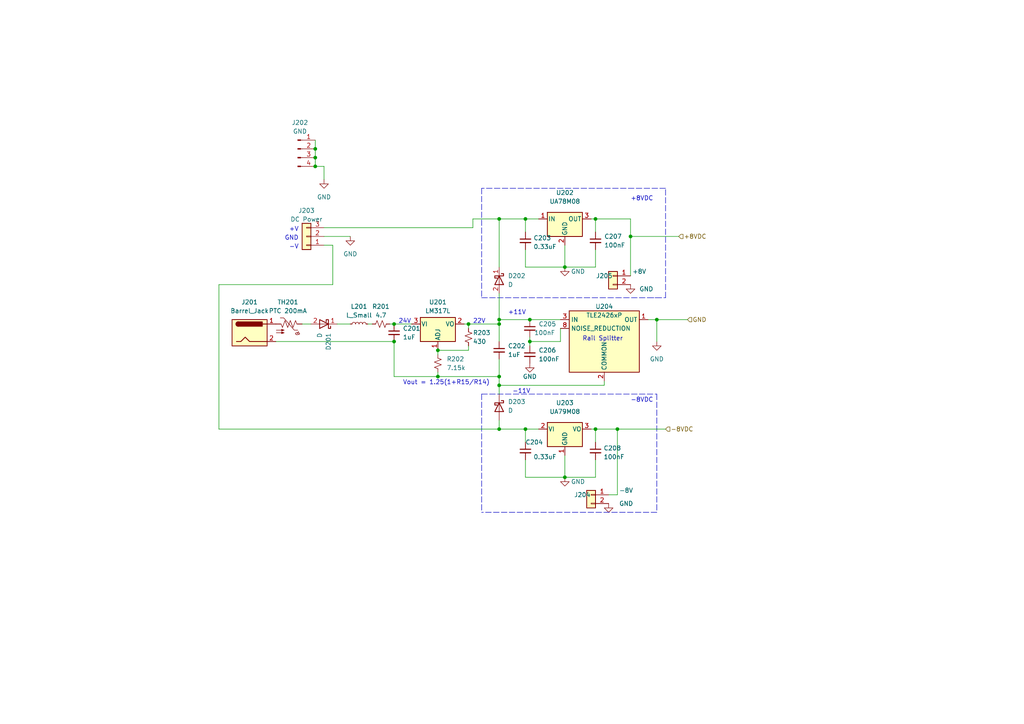
<source format=kicad_sch>
(kicad_sch (version 20211123) (generator eeschema)

  (uuid 1a0ba4cd-7311-4f43-9fcd-f41e882852e0)

  (paper "A4")

  (lib_symbols
    (symbol "Connector:Barrel_Jack" (pin_names (offset 1.016)) (in_bom yes) (on_board yes)
      (property "Reference" "J6" (id 0) (at 0 8.89 0)
        (effects (font (size 1.27 1.27)))
      )
      (property "Value" "Barrel_Jack" (id 1) (at 0 6.35 0)
        (effects (font (size 1.27 1.27)))
      )
      (property "Footprint" "Connector_PinHeader_2.54mm:PinHeader_1x02_P2.54mm_Vertical" (id 2) (at 1.27 -1.016 0)
        (effects (font (size 1.27 1.27)) hide)
      )
      (property "Datasheet" "https://www.digikey.com/en/products/detail/tensility-international-corp/54-00151/9829987" (id 3) (at 1.27 -1.016 0)
        (effects (font (size 1.27 1.27)) hide)
      )
      (property "Digikey" "839-1580-ND" (id 4) (at 0 0 0)
        (effects (font (size 1.27 1.27)) hide)
      )
      (property "ki_keywords" "DC power barrel jack connector" (id 5) (at 0 0 0)
        (effects (font (size 1.27 1.27)) hide)
      )
      (property "ki_description" "DC Barrel Jack" (id 6) (at 0 0 0)
        (effects (font (size 1.27 1.27)) hide)
      )
      (property "ki_fp_filters" "BarrelJack*" (id 7) (at 0 0 0)
        (effects (font (size 1.27 1.27)) hide)
      )
      (symbol "Barrel_Jack_0_1"
        (rectangle (start -5.08 3.81) (end 5.08 -3.81)
          (stroke (width 0.254) (type default) (color 0 0 0 0))
          (fill (type background))
        )
        (arc (start -3.302 3.175) (mid -3.937 2.54) (end -3.302 1.905)
          (stroke (width 0.254) (type default) (color 0 0 0 0))
          (fill (type none))
        )
        (arc (start -3.302 3.175) (mid -3.937 2.54) (end -3.302 1.905)
          (stroke (width 0.254) (type default) (color 0 0 0 0))
          (fill (type outline))
        )
        (polyline
          (pts
            (xy 5.08 2.54)
            (xy 3.81 2.54)
          )
          (stroke (width 0.254) (type default) (color 0 0 0 0))
          (fill (type none))
        )
        (polyline
          (pts
            (xy -3.81 -2.54)
            (xy -2.54 -2.54)
            (xy -1.27 -1.27)
            (xy 0 -2.54)
            (xy 2.54 -2.54)
            (xy 5.08 -2.54)
          )
          (stroke (width 0.254) (type default) (color 0 0 0 0))
          (fill (type none))
        )
        (rectangle (start 3.683 3.175) (end -3.302 1.905)
          (stroke (width 0.254) (type default) (color 0 0 0 0))
          (fill (type outline))
        )
      )
      (symbol "Barrel_Jack_1_1"
        (pin power_out line (at 7.62 2.54 180) (length 2.54)
          (name "~" (effects (font (size 1.27 1.27))))
          (number "1" (effects (font (size 1.27 1.27))))
        )
        (pin power_out line (at 7.62 -2.54 180) (length 2.54)
          (name "~" (effects (font (size 1.27 1.27))))
          (number "2" (effects (font (size 1.27 1.27))))
        )
      )
    )
    (symbol "Connector:Conn_01x04_Male" (pin_names (offset 1.016) hide) (in_bom yes) (on_board yes)
      (property "Reference" "J" (id 0) (at 0 5.08 0)
        (effects (font (size 1.27 1.27)))
      )
      (property "Value" "Conn_01x04_Male" (id 1) (at 0 -7.62 0)
        (effects (font (size 1.27 1.27)))
      )
      (property "Footprint" "" (id 2) (at 0 0 0)
        (effects (font (size 1.27 1.27)) hide)
      )
      (property "Datasheet" "~" (id 3) (at 0 0 0)
        (effects (font (size 1.27 1.27)) hide)
      )
      (property "ki_keywords" "connector" (id 4) (at 0 0 0)
        (effects (font (size 1.27 1.27)) hide)
      )
      (property "ki_description" "Generic connector, single row, 01x04, script generated (kicad-library-utils/schlib/autogen/connector/)" (id 5) (at 0 0 0)
        (effects (font (size 1.27 1.27)) hide)
      )
      (property "ki_fp_filters" "Connector*:*_1x??_*" (id 6) (at 0 0 0)
        (effects (font (size 1.27 1.27)) hide)
      )
      (symbol "Conn_01x04_Male_1_1"
        (polyline
          (pts
            (xy 1.27 -5.08)
            (xy 0.8636 -5.08)
          )
          (stroke (width 0.1524) (type default) (color 0 0 0 0))
          (fill (type none))
        )
        (polyline
          (pts
            (xy 1.27 -2.54)
            (xy 0.8636 -2.54)
          )
          (stroke (width 0.1524) (type default) (color 0 0 0 0))
          (fill (type none))
        )
        (polyline
          (pts
            (xy 1.27 0)
            (xy 0.8636 0)
          )
          (stroke (width 0.1524) (type default) (color 0 0 0 0))
          (fill (type none))
        )
        (polyline
          (pts
            (xy 1.27 2.54)
            (xy 0.8636 2.54)
          )
          (stroke (width 0.1524) (type default) (color 0 0 0 0))
          (fill (type none))
        )
        (rectangle (start 0.8636 -4.953) (end 0 -5.207)
          (stroke (width 0.1524) (type default) (color 0 0 0 0))
          (fill (type outline))
        )
        (rectangle (start 0.8636 -2.413) (end 0 -2.667)
          (stroke (width 0.1524) (type default) (color 0 0 0 0))
          (fill (type outline))
        )
        (rectangle (start 0.8636 0.127) (end 0 -0.127)
          (stroke (width 0.1524) (type default) (color 0 0 0 0))
          (fill (type outline))
        )
        (rectangle (start 0.8636 2.667) (end 0 2.413)
          (stroke (width 0.1524) (type default) (color 0 0 0 0))
          (fill (type outline))
        )
        (pin passive line (at 5.08 2.54 180) (length 3.81)
          (name "Pin_1" (effects (font (size 1.27 1.27))))
          (number "1" (effects (font (size 1.27 1.27))))
        )
        (pin passive line (at 5.08 0 180) (length 3.81)
          (name "Pin_2" (effects (font (size 1.27 1.27))))
          (number "2" (effects (font (size 1.27 1.27))))
        )
        (pin passive line (at 5.08 -2.54 180) (length 3.81)
          (name "Pin_3" (effects (font (size 1.27 1.27))))
          (number "3" (effects (font (size 1.27 1.27))))
        )
        (pin passive line (at 5.08 -5.08 180) (length 3.81)
          (name "Pin_4" (effects (font (size 1.27 1.27))))
          (number "4" (effects (font (size 1.27 1.27))))
        )
      )
    )
    (symbol "Connector_Generic:Conn_01x02" (pin_names (offset 1.016) hide) (in_bom yes) (on_board yes)
      (property "Reference" "J" (id 0) (at 0 2.54 0)
        (effects (font (size 1.27 1.27)))
      )
      (property "Value" "Conn_01x02" (id 1) (at 0 -5.08 0)
        (effects (font (size 1.27 1.27)))
      )
      (property "Footprint" "" (id 2) (at 0 0 0)
        (effects (font (size 1.27 1.27)) hide)
      )
      (property "Datasheet" "~" (id 3) (at 0 0 0)
        (effects (font (size 1.27 1.27)) hide)
      )
      (property "ki_keywords" "connector" (id 4) (at 0 0 0)
        (effects (font (size 1.27 1.27)) hide)
      )
      (property "ki_description" "Generic connector, single row, 01x02, script generated (kicad-library-utils/schlib/autogen/connector/)" (id 5) (at 0 0 0)
        (effects (font (size 1.27 1.27)) hide)
      )
      (property "ki_fp_filters" "Connector*:*_1x??_*" (id 6) (at 0 0 0)
        (effects (font (size 1.27 1.27)) hide)
      )
      (symbol "Conn_01x02_1_1"
        (rectangle (start -1.27 -2.413) (end 0 -2.667)
          (stroke (width 0.1524) (type default) (color 0 0 0 0))
          (fill (type none))
        )
        (rectangle (start -1.27 0.127) (end 0 -0.127)
          (stroke (width 0.1524) (type default) (color 0 0 0 0))
          (fill (type none))
        )
        (rectangle (start -1.27 1.27) (end 1.27 -3.81)
          (stroke (width 0.254) (type default) (color 0 0 0 0))
          (fill (type background))
        )
        (pin passive line (at -5.08 0 0) (length 3.81)
          (name "Pin_1" (effects (font (size 1.27 1.27))))
          (number "1" (effects (font (size 1.27 1.27))))
        )
        (pin passive line (at -5.08 -2.54 0) (length 3.81)
          (name "Pin_2" (effects (font (size 1.27 1.27))))
          (number "2" (effects (font (size 1.27 1.27))))
        )
      )
    )
    (symbol "Connector_Generic:Conn_01x03" (pin_names (offset 1.016) hide) (in_bom yes) (on_board yes)
      (property "Reference" "J" (id 0) (at 0 5.08 0)
        (effects (font (size 1.27 1.27)))
      )
      (property "Value" "Conn_01x03" (id 1) (at 0 -5.08 0)
        (effects (font (size 1.27 1.27)))
      )
      (property "Footprint" "" (id 2) (at 0 0 0)
        (effects (font (size 1.27 1.27)) hide)
      )
      (property "Datasheet" "~" (id 3) (at 0 0 0)
        (effects (font (size 1.27 1.27)) hide)
      )
      (property "ki_keywords" "connector" (id 4) (at 0 0 0)
        (effects (font (size 1.27 1.27)) hide)
      )
      (property "ki_description" "Generic connector, single row, 01x03, script generated (kicad-library-utils/schlib/autogen/connector/)" (id 5) (at 0 0 0)
        (effects (font (size 1.27 1.27)) hide)
      )
      (property "ki_fp_filters" "Connector*:*_1x??_*" (id 6) (at 0 0 0)
        (effects (font (size 1.27 1.27)) hide)
      )
      (symbol "Conn_01x03_1_1"
        (rectangle (start -1.27 -2.413) (end 0 -2.667)
          (stroke (width 0.1524) (type default) (color 0 0 0 0))
          (fill (type none))
        )
        (rectangle (start -1.27 0.127) (end 0 -0.127)
          (stroke (width 0.1524) (type default) (color 0 0 0 0))
          (fill (type none))
        )
        (rectangle (start -1.27 2.667) (end 0 2.413)
          (stroke (width 0.1524) (type default) (color 0 0 0 0))
          (fill (type none))
        )
        (rectangle (start -1.27 3.81) (end 1.27 -3.81)
          (stroke (width 0.254) (type default) (color 0 0 0 0))
          (fill (type background))
        )
        (pin passive line (at -5.08 2.54 0) (length 3.81)
          (name "Pin_1" (effects (font (size 1.27 1.27))))
          (number "1" (effects (font (size 1.27 1.27))))
        )
        (pin passive line (at -5.08 0 0) (length 3.81)
          (name "Pin_2" (effects (font (size 1.27 1.27))))
          (number "2" (effects (font (size 1.27 1.27))))
        )
        (pin passive line (at -5.08 -2.54 0) (length 3.81)
          (name "Pin_3" (effects (font (size 1.27 1.27))))
          (number "3" (effects (font (size 1.27 1.27))))
        )
      )
    )
    (symbol "D_Schottky_1" (pin_names (offset 1.016) hide) (in_bom yes) (on_board yes)
      (property "Reference" "D" (id 0) (at 0 2.54 0)
        (effects (font (size 1.27 1.27)))
      )
      (property "Value" "D_Schottky_1" (id 1) (at 0 -2.54 0)
        (effects (font (size 1.27 1.27)))
      )
      (property "Footprint" "" (id 2) (at 0 0 0)
        (effects (font (size 1.27 1.27)) hide)
      )
      (property "Datasheet" "~" (id 3) (at 0 0 0)
        (effects (font (size 1.27 1.27)) hide)
      )
      (property "ki_keywords" "diode Schottky" (id 4) (at 0 0 0)
        (effects (font (size 1.27 1.27)) hide)
      )
      (property "ki_description" "Schottky diode" (id 5) (at 0 0 0)
        (effects (font (size 1.27 1.27)) hide)
      )
      (property "ki_fp_filters" "TO-???* *_Diode_* *SingleDiode* D_*" (id 6) (at 0 0 0)
        (effects (font (size 1.27 1.27)) hide)
      )
      (symbol "D_Schottky_1_0_1"
        (polyline
          (pts
            (xy 1.27 0)
            (xy -1.27 0)
          )
          (stroke (width 0) (type default) (color 0 0 0 0))
          (fill (type none))
        )
        (polyline
          (pts
            (xy 1.27 1.27)
            (xy 1.27 -1.27)
            (xy -1.27 0)
            (xy 1.27 1.27)
          )
          (stroke (width 0.254) (type default) (color 0 0 0 0))
          (fill (type none))
        )
        (polyline
          (pts
            (xy -1.905 0.635)
            (xy -1.905 1.27)
            (xy -1.27 1.27)
            (xy -1.27 -1.27)
            (xy -0.635 -1.27)
            (xy -0.635 -0.635)
          )
          (stroke (width 0.254) (type default) (color 0 0 0 0))
          (fill (type none))
        )
      )
      (symbol "D_Schottky_1_1_1"
        (pin passive line (at -3.81 0 0) (length 2.54)
          (name "K" (effects (font (size 1.27 1.27))))
          (number "1" (effects (font (size 1.27 1.27))))
        )
        (pin passive line (at 3.81 0 180) (length 2.54)
          (name "A" (effects (font (size 1.27 1.27))))
          (number "2" (effects (font (size 1.27 1.27))))
        )
      )
    )
    (symbol "Device:C_Small" (pin_numbers hide) (pin_names (offset 0.254) hide) (in_bom yes) (on_board yes)
      (property "Reference" "C" (id 0) (at 0.254 1.778 0)
        (effects (font (size 1.27 1.27)) (justify left))
      )
      (property "Value" "C_Small" (id 1) (at 0.254 -2.032 0)
        (effects (font (size 1.27 1.27)) (justify left))
      )
      (property "Footprint" "" (id 2) (at 0 0 0)
        (effects (font (size 1.27 1.27)) hide)
      )
      (property "Datasheet" "~" (id 3) (at 0 0 0)
        (effects (font (size 1.27 1.27)) hide)
      )
      (property "ki_keywords" "capacitor cap" (id 4) (at 0 0 0)
        (effects (font (size 1.27 1.27)) hide)
      )
      (property "ki_description" "Unpolarized capacitor, small symbol" (id 5) (at 0 0 0)
        (effects (font (size 1.27 1.27)) hide)
      )
      (property "ki_fp_filters" "C_*" (id 6) (at 0 0 0)
        (effects (font (size 1.27 1.27)) hide)
      )
      (symbol "C_Small_0_1"
        (polyline
          (pts
            (xy -1.524 -0.508)
            (xy 1.524 -0.508)
          )
          (stroke (width 0.3302) (type default) (color 0 0 0 0))
          (fill (type none))
        )
        (polyline
          (pts
            (xy -1.524 0.508)
            (xy 1.524 0.508)
          )
          (stroke (width 0.3048) (type default) (color 0 0 0 0))
          (fill (type none))
        )
      )
      (symbol "C_Small_1_1"
        (pin passive line (at 0 2.54 270) (length 2.032)
          (name "~" (effects (font (size 1.27 1.27))))
          (number "1" (effects (font (size 1.27 1.27))))
        )
        (pin passive line (at 0 -2.54 90) (length 2.032)
          (name "~" (effects (font (size 1.27 1.27))))
          (number "2" (effects (font (size 1.27 1.27))))
        )
      )
    )
    (symbol "Device:D_Schottky" (pin_numbers hide) (pin_names (offset 1.016) hide) (in_bom yes) (on_board yes)
      (property "Reference" "D" (id 0) (at 0 2.54 0)
        (effects (font (size 1.27 1.27)))
      )
      (property "Value" "D_Schottky" (id 1) (at 0 -2.54 0)
        (effects (font (size 1.27 1.27)))
      )
      (property "Footprint" "" (id 2) (at 0 0 0)
        (effects (font (size 1.27 1.27)) hide)
      )
      (property "Datasheet" "~" (id 3) (at 0 0 0)
        (effects (font (size 1.27 1.27)) hide)
      )
      (property "ki_keywords" "diode Schottky" (id 4) (at 0 0 0)
        (effects (font (size 1.27 1.27)) hide)
      )
      (property "ki_description" "Schottky diode" (id 5) (at 0 0 0)
        (effects (font (size 1.27 1.27)) hide)
      )
      (property "ki_fp_filters" "TO-???* *_Diode_* *SingleDiode* D_*" (id 6) (at 0 0 0)
        (effects (font (size 1.27 1.27)) hide)
      )
      (symbol "D_Schottky_0_1"
        (polyline
          (pts
            (xy 1.27 0)
            (xy -1.27 0)
          )
          (stroke (width 0) (type default) (color 0 0 0 0))
          (fill (type none))
        )
        (polyline
          (pts
            (xy 1.27 1.27)
            (xy 1.27 -1.27)
            (xy -1.27 0)
            (xy 1.27 1.27)
          )
          (stroke (width 0.254) (type default) (color 0 0 0 0))
          (fill (type none))
        )
        (polyline
          (pts
            (xy -1.905 0.635)
            (xy -1.905 1.27)
            (xy -1.27 1.27)
            (xy -1.27 -1.27)
            (xy -0.635 -1.27)
            (xy -0.635 -0.635)
          )
          (stroke (width 0.254) (type default) (color 0 0 0 0))
          (fill (type none))
        )
      )
      (symbol "D_Schottky_1_1"
        (pin passive line (at -3.81 0 0) (length 2.54)
          (name "K" (effects (font (size 1.27 1.27))))
          (number "1" (effects (font (size 1.27 1.27))))
        )
        (pin passive line (at 3.81 0 180) (length 2.54)
          (name "A" (effects (font (size 1.27 1.27))))
          (number "2" (effects (font (size 1.27 1.27))))
        )
      )
    )
    (symbol "Device:L_Small" (pin_numbers hide) (pin_names (offset 0.254) hide) (in_bom yes) (on_board yes)
      (property "Reference" "L" (id 0) (at 0.762 1.016 0)
        (effects (font (size 1.27 1.27)) (justify left))
      )
      (property "Value" "L_Small" (id 1) (at 0.762 -1.016 0)
        (effects (font (size 1.27 1.27)) (justify left))
      )
      (property "Footprint" "" (id 2) (at 0 0 0)
        (effects (font (size 1.27 1.27)) hide)
      )
      (property "Datasheet" "~" (id 3) (at 0 0 0)
        (effects (font (size 1.27 1.27)) hide)
      )
      (property "ki_keywords" "inductor choke coil reactor magnetic" (id 4) (at 0 0 0)
        (effects (font (size 1.27 1.27)) hide)
      )
      (property "ki_description" "Inductor, small symbol" (id 5) (at 0 0 0)
        (effects (font (size 1.27 1.27)) hide)
      )
      (property "ki_fp_filters" "Choke_* *Coil* Inductor_* L_*" (id 6) (at 0 0 0)
        (effects (font (size 1.27 1.27)) hide)
      )
      (symbol "L_Small_0_1"
        (arc (start 0 -2.032) (mid 0.508 -1.524) (end 0 -1.016)
          (stroke (width 0) (type default) (color 0 0 0 0))
          (fill (type none))
        )
        (arc (start 0 -1.016) (mid 0.508 -0.508) (end 0 0)
          (stroke (width 0) (type default) (color 0 0 0 0))
          (fill (type none))
        )
        (arc (start 0 0) (mid 0.508 0.508) (end 0 1.016)
          (stroke (width 0) (type default) (color 0 0 0 0))
          (fill (type none))
        )
        (arc (start 0 1.016) (mid 0.508 1.524) (end 0 2.032)
          (stroke (width 0) (type default) (color 0 0 0 0))
          (fill (type none))
        )
      )
      (symbol "L_Small_1_1"
        (pin passive line (at 0 2.54 270) (length 0.508)
          (name "~" (effects (font (size 1.27 1.27))))
          (number "1" (effects (font (size 1.27 1.27))))
        )
        (pin passive line (at 0 -2.54 90) (length 0.508)
          (name "~" (effects (font (size 1.27 1.27))))
          (number "2" (effects (font (size 1.27 1.27))))
        )
      )
    )
    (symbol "Device:R_Small_US" (pin_numbers hide) (pin_names (offset 0.254) hide) (in_bom yes) (on_board yes)
      (property "Reference" "R" (id 0) (at 0.762 0.508 0)
        (effects (font (size 1.27 1.27)) (justify left))
      )
      (property "Value" "R_Small_US" (id 1) (at 0.762 -1.016 0)
        (effects (font (size 1.27 1.27)) (justify left))
      )
      (property "Footprint" "" (id 2) (at 0 0 0)
        (effects (font (size 1.27 1.27)) hide)
      )
      (property "Datasheet" "~" (id 3) (at 0 0 0)
        (effects (font (size 1.27 1.27)) hide)
      )
      (property "ki_keywords" "r resistor" (id 4) (at 0 0 0)
        (effects (font (size 1.27 1.27)) hide)
      )
      (property "ki_description" "Resistor, small US symbol" (id 5) (at 0 0 0)
        (effects (font (size 1.27 1.27)) hide)
      )
      (property "ki_fp_filters" "R_*" (id 6) (at 0 0 0)
        (effects (font (size 1.27 1.27)) hide)
      )
      (symbol "R_Small_US_1_1"
        (polyline
          (pts
            (xy 0 0)
            (xy 1.016 -0.381)
            (xy 0 -0.762)
            (xy -1.016 -1.143)
            (xy 0 -1.524)
          )
          (stroke (width 0) (type default) (color 0 0 0 0))
          (fill (type none))
        )
        (polyline
          (pts
            (xy 0 1.524)
            (xy 1.016 1.143)
            (xy 0 0.762)
            (xy -1.016 0.381)
            (xy 0 0)
          )
          (stroke (width 0) (type default) (color 0 0 0 0))
          (fill (type none))
        )
        (pin passive line (at 0 2.54 270) (length 1.016)
          (name "~" (effects (font (size 1.27 1.27))))
          (number "1" (effects (font (size 1.27 1.27))))
        )
        (pin passive line (at 0 -2.54 90) (length 1.016)
          (name "~" (effects (font (size 1.27 1.27))))
          (number "2" (effects (font (size 1.27 1.27))))
        )
      )
    )
    (symbol "Device:Thermistor_PTC_US" (pin_numbers hide) (pin_names (offset 0)) (in_bom yes) (on_board yes)
      (property "Reference" "TH" (id 0) (at -4.064 0 90)
        (effects (font (size 1.27 1.27)))
      )
      (property "Value" "Thermistor_PTC_US" (id 1) (at 3.048 0 90)
        (effects (font (size 1.27 1.27)))
      )
      (property "Footprint" "" (id 2) (at 1.27 -5.08 0)
        (effects (font (size 1.27 1.27)) (justify left) hide)
      )
      (property "Datasheet" "~" (id 3) (at 0 0 0)
        (effects (font (size 1.27 1.27)) hide)
      )
      (property "ki_keywords" "resistor PTC thermistor sensor RTD" (id 4) (at 0 0 0)
        (effects (font (size 1.27 1.27)) hide)
      )
      (property "ki_description" "Temperature dependent resistor, positive temperature coefficient, US symbol" (id 5) (at 0 0 0)
        (effects (font (size 1.27 1.27)) hide)
      )
      (property "ki_fp_filters" "*PTC* *Thermistor* PIN?ARRAY* bornier* *Terminal?Block* R_*" (id 6) (at 0 0 0)
        (effects (font (size 1.27 1.27)) hide)
      )
      (symbol "Thermistor_PTC_US_0_1"
        (arc (start -3.048 2.159) (mid -3.0495 2.3143) (end -3.175 2.413)
          (stroke (width 0) (type default) (color 0 0 0 0))
          (fill (type none))
        )
        (arc (start -3.048 2.159) (mid -2.9736 1.9794) (end -2.794 1.905)
          (stroke (width 0) (type default) (color 0 0 0 0))
          (fill (type none))
        )
        (arc (start -3.048 2.794) (mid -2.9736 2.6144) (end -2.794 2.54)
          (stroke (width 0) (type default) (color 0 0 0 0))
          (fill (type none))
        )
        (arc (start -2.794 1.905) (mid -2.6144 1.9794) (end -2.54 2.159)
          (stroke (width 0) (type default) (color 0 0 0 0))
          (fill (type none))
        )
        (arc (start -2.794 2.54) (mid -2.4393 2.5587) (end -2.159 2.794)
          (stroke (width 0) (type default) (color 0 0 0 0))
          (fill (type none))
        )
        (arc (start -2.794 3.048) (mid -2.9736 2.9736) (end -3.048 2.794)
          (stroke (width 0) (type default) (color 0 0 0 0))
          (fill (type none))
        )
        (arc (start -2.54 2.794) (mid -2.6144 2.9736) (end -2.794 3.048)
          (stroke (width 0) (type default) (color 0 0 0 0))
          (fill (type none))
        )
        (polyline
          (pts
            (xy -2.54 2.159)
            (xy -2.54 2.794)
          )
          (stroke (width 0) (type default) (color 0 0 0 0))
          (fill (type none))
        )
        (polyline
          (pts
            (xy 0 -2.286)
            (xy 0 -2.54)
          )
          (stroke (width 0) (type default) (color 0 0 0 0))
          (fill (type none))
        )
        (polyline
          (pts
            (xy 0 2.286)
            (xy 0 2.54)
          )
          (stroke (width 0) (type default) (color 0 0 0 0))
          (fill (type none))
        )
        (polyline
          (pts
            (xy -1.778 2.54)
            (xy -1.778 1.524)
            (xy 1.778 -1.524)
            (xy 1.778 -2.54)
          )
          (stroke (width 0) (type default) (color 0 0 0 0))
          (fill (type none))
        )
        (polyline
          (pts
            (xy 0 -0.762)
            (xy 1.016 -1.143)
            (xy 0 -1.524)
            (xy -1.016 -1.905)
            (xy 0 -2.286)
          )
          (stroke (width 0) (type default) (color 0 0 0 0))
          (fill (type none))
        )
        (polyline
          (pts
            (xy 0 0.762)
            (xy 1.016 0.381)
            (xy 0 0)
            (xy -1.016 -0.381)
            (xy 0 -0.762)
          )
          (stroke (width 0) (type default) (color 0 0 0 0))
          (fill (type none))
        )
        (polyline
          (pts
            (xy 0 2.286)
            (xy 1.016 1.905)
            (xy 0 1.524)
            (xy -1.016 1.143)
            (xy 0 0.762)
          )
          (stroke (width 0) (type default) (color 0 0 0 0))
          (fill (type none))
        )
        (polyline
          (pts
            (xy -2.54 -3.683)
            (xy -2.54 -1.397)
            (xy -2.794 -2.159)
            (xy -2.286 -2.159)
            (xy -2.54 -1.397)
            (xy -2.54 -1.651)
          )
          (stroke (width 0) (type default) (color 0 0 0 0))
          (fill (type outline))
        )
        (polyline
          (pts
            (xy -1.778 -3.683)
            (xy -1.778 -1.397)
            (xy -2.032 -2.159)
            (xy -1.524 -2.159)
            (xy -1.778 -1.397)
            (xy -1.778 -1.651)
          )
          (stroke (width 0) (type default) (color 0 0 0 0))
          (fill (type outline))
        )
      )
      (symbol "Thermistor_PTC_US_1_1"
        (pin passive line (at 0 3.81 270) (length 1.27)
          (name "~" (effects (font (size 1.27 1.27))))
          (number "1" (effects (font (size 1.27 1.27))))
        )
        (pin passive line (at 0 -3.81 90) (length 1.27)
          (name "~" (effects (font (size 1.27 1.27))))
          (number "2" (effects (font (size 1.27 1.27))))
        )
      )
    )
    (symbol "Reference_Voltage:TLE2426xD" (in_bom yes) (on_board yes)
      (property "Reference" "U" (id 0) (at -10.414 8.89 0)
        (effects (font (size 1.27 1.27)) (justify left))
      )
      (property "Value" "TLE2426xD" (id 1) (at 10.16 8.89 0)
        (effects (font (size 1.27 1.27)) (justify right))
      )
      (property "Footprint" "Package_SO:SOIC-8_3.9x4.9mm_P1.27mm" (id 2) (at 0 -15.24 0)
        (effects (font (size 1.27 1.27) italic) hide)
      )
      (property "Datasheet" "http://www.ti.com/lit/ds/symlink/tle2426.pdf" (id 3) (at -35.56 24.13 0)
        (effects (font (size 1.27 1.27) italic) hide)
      )
      (property "ki_keywords" "Rail splitter precision virtual ground" (id 4) (at 0 0 0)
        (effects (font (size 1.27 1.27)) hide)
      )
      (property "ki_description" "Precision virtual ground, noise reduction pin, 4V to 40V input, SOIC-8" (id 5) (at 0 0 0)
        (effects (font (size 1.27 1.27)) hide)
      )
      (property "ki_fp_filters" "SOIC*3.9x4.9mm*P1.27mm*" (id 6) (at 0 0 0)
        (effects (font (size 1.27 1.27)) hide)
      )
      (symbol "TLE2426xD_0_1"
        (rectangle (start -10.16 7.62) (end 10.16 -10.16)
          (stroke (width 0.254) (type default) (color 0 0 0 0))
          (fill (type background))
        )
      )
      (symbol "TLE2426xD_1_1"
        (pin power_out line (at 12.7 5.08 180) (length 2.54)
          (name "OUT" (effects (font (size 1.27 1.27))))
          (number "1" (effects (font (size 1.27 1.27))))
        )
        (pin power_in line (at 0 -12.7 90) (length 2.54)
          (name "COMMON" (effects (font (size 1.27 1.27))))
          (number "2" (effects (font (size 1.27 1.27))))
        )
        (pin power_in line (at -12.7 5.08 0) (length 2.54)
          (name "IN" (effects (font (size 1.27 1.27))))
          (number "3" (effects (font (size 1.27 1.27))))
        )
        (pin no_connect line (at -10.16 0 0) (length 2.54) hide
          (name "NC" (effects (font (size 1.27 1.27))))
          (number "4" (effects (font (size 1.27 1.27))))
        )
        (pin no_connect line (at -10.16 -2.54 0) (length 2.54) hide
          (name "NC" (effects (font (size 1.27 1.27))))
          (number "5" (effects (font (size 1.27 1.27))))
        )
        (pin no_connect line (at 10.16 0 180) (length 2.54) hide
          (name "NC" (effects (font (size 1.27 1.27))))
          (number "6" (effects (font (size 1.27 1.27))))
        )
        (pin no_connect line (at 10.16 -2.54 180) (length 2.54) hide
          (name "NC" (effects (font (size 1.27 1.27))))
          (number "7" (effects (font (size 1.27 1.27))))
        )
        (pin passive line (at -12.7 2.54 0) (length 2.54)
          (name "NOISE_REDUCTION" (effects (font (size 1.27 1.27))))
          (number "8" (effects (font (size 1.27 1.27))))
        )
      )
    )
    (symbol "Regulator_Linear:LM317_TO-220" (pin_names (offset 0.254)) (in_bom yes) (on_board yes)
      (property "Reference" "U" (id 0) (at -3.81 3.175 0)
        (effects (font (size 1.27 1.27)))
      )
      (property "Value" "LM317_TO-220" (id 1) (at 0 3.175 0)
        (effects (font (size 1.27 1.27)) (justify left))
      )
      (property "Footprint" "Package_TO_SOT_THT:TO-220-3_Vertical" (id 2) (at 0 6.35 0)
        (effects (font (size 1.27 1.27) italic) hide)
      )
      (property "Datasheet" "http://www.ti.com/lit/ds/symlink/lm317.pdf" (id 3) (at 0 0 0)
        (effects (font (size 1.27 1.27)) hide)
      )
      (property "ki_keywords" "Adjustable Voltage Regulator 1A Positive" (id 4) (at 0 0 0)
        (effects (font (size 1.27 1.27)) hide)
      )
      (property "ki_description" "1.5A 35V Adjustable Linear Regulator, TO-220" (id 5) (at 0 0 0)
        (effects (font (size 1.27 1.27)) hide)
      )
      (property "ki_fp_filters" "TO?220*" (id 6) (at 0 0 0)
        (effects (font (size 1.27 1.27)) hide)
      )
      (symbol "LM317_TO-220_0_1"
        (rectangle (start -5.08 1.905) (end 5.08 -5.08)
          (stroke (width 0.254) (type default) (color 0 0 0 0))
          (fill (type background))
        )
      )
      (symbol "LM317_TO-220_1_1"
        (pin input line (at 0 -7.62 90) (length 2.54)
          (name "ADJ" (effects (font (size 1.27 1.27))))
          (number "1" (effects (font (size 1.27 1.27))))
        )
        (pin power_out line (at 7.62 0 180) (length 2.54)
          (name "VO" (effects (font (size 1.27 1.27))))
          (number "2" (effects (font (size 1.27 1.27))))
        )
        (pin power_in line (at -7.62 0 0) (length 2.54)
          (name "VI" (effects (font (size 1.27 1.27))))
          (number "3" (effects (font (size 1.27 1.27))))
        )
      )
    )
    (symbol "Regulator_Linear:LM7908_TO220" (pin_names (offset 0.254)) (in_bom yes) (on_board yes)
      (property "Reference" "U" (id 0) (at -3.81 -3.175 0)
        (effects (font (size 1.27 1.27)))
      )
      (property "Value" "LM7908_TO220" (id 1) (at 0 -3.175 0)
        (effects (font (size 1.27 1.27)) (justify left))
      )
      (property "Footprint" "Package_TO_SOT_THT:TO-220-3_Vertical" (id 2) (at 0 -5.08 0)
        (effects (font (size 1.27 1.27) italic) hide)
      )
      (property "Datasheet" "https://www.onsemi.com/pub/Collateral/MC7900-D.PDF" (id 3) (at 0 0 0)
        (effects (font (size 1.27 1.27)) hide)
      )
      (property "ki_keywords" "Voltage Regulator 1A Negative" (id 4) (at 0 0 0)
        (effects (font (size 1.27 1.27)) hide)
      )
      (property "ki_description" "Negative 1A 35V Linear Regulator, Fixed Output 8V, TO-220" (id 5) (at 0 0 0)
        (effects (font (size 1.27 1.27)) hide)
      )
      (property "ki_fp_filters" "TO?220*" (id 6) (at 0 0 0)
        (effects (font (size 1.27 1.27)) hide)
      )
      (symbol "LM7908_TO220_0_1"
        (rectangle (start -5.08 5.08) (end 5.08 -1.905)
          (stroke (width 0.254) (type default) (color 0 0 0 0))
          (fill (type background))
        )
      )
      (symbol "LM7908_TO220_1_1"
        (pin power_in line (at 0 7.62 270) (length 2.54)
          (name "GND" (effects (font (size 1.27 1.27))))
          (number "1" (effects (font (size 1.27 1.27))))
        )
        (pin power_in line (at -7.62 0 0) (length 2.54)
          (name "VI" (effects (font (size 1.27 1.27))))
          (number "2" (effects (font (size 1.27 1.27))))
        )
        (pin power_out line (at 7.62 0 180) (length 2.54)
          (name "VO" (effects (font (size 1.27 1.27))))
          (number "3" (effects (font (size 1.27 1.27))))
        )
      )
    )
    (symbol "Regulator_Linear:uA7808" (pin_names (offset 0.254)) (in_bom yes) (on_board yes)
      (property "Reference" "U" (id 0) (at -3.81 3.175 0)
        (effects (font (size 1.27 1.27)))
      )
      (property "Value" "uA7808" (id 1) (at 0 3.175 0)
        (effects (font (size 1.27 1.27)) (justify left))
      )
      (property "Footprint" "" (id 2) (at 0.635 -3.81 0)
        (effects (font (size 1.27 1.27) italic) (justify left) hide)
      )
      (property "Datasheet" "http://www.ti.com/lit/ds/symlink/ua78.pdf" (id 3) (at 0 -1.27 0)
        (effects (font (size 1.27 1.27)) hide)
      )
      (property "ki_keywords" "Voltage Regulator 1A Positive" (id 4) (at 0 0 0)
        (effects (font (size 1.27 1.27)) hide)
      )
      (property "ki_description" "Positive 1A 35V Linear Regulator, Fixed Output 8V, TO-220/TO-263" (id 5) (at 0 0 0)
        (effects (font (size 1.27 1.27)) hide)
      )
      (property "ki_fp_filters" "TO?263* TO?220*" (id 6) (at 0 0 0)
        (effects (font (size 1.27 1.27)) hide)
      )
      (symbol "uA7808_0_1"
        (rectangle (start -5.08 1.905) (end 5.08 -5.08)
          (stroke (width 0.254) (type default) (color 0 0 0 0))
          (fill (type background))
        )
      )
      (symbol "uA7808_1_1"
        (pin power_in line (at -7.62 0 0) (length 2.54)
          (name "IN" (effects (font (size 1.27 1.27))))
          (number "1" (effects (font (size 1.27 1.27))))
        )
        (pin power_in line (at 0 -7.62 90) (length 2.54)
          (name "GND" (effects (font (size 1.27 1.27))))
          (number "2" (effects (font (size 1.27 1.27))))
        )
        (pin power_out line (at 7.62 0 180) (length 2.54)
          (name "OUT" (effects (font (size 1.27 1.27))))
          (number "3" (effects (font (size 1.27 1.27))))
        )
      )
    )
    (symbol "power:GND" (power) (pin_names (offset 0)) (in_bom yes) (on_board yes)
      (property "Reference" "#PWR" (id 0) (at 0 -6.35 0)
        (effects (font (size 1.27 1.27)) hide)
      )
      (property "Value" "GND" (id 1) (at 0 -3.81 0)
        (effects (font (size 1.27 1.27)))
      )
      (property "Footprint" "" (id 2) (at 0 0 0)
        (effects (font (size 1.27 1.27)) hide)
      )
      (property "Datasheet" "" (id 3) (at 0 0 0)
        (effects (font (size 1.27 1.27)) hide)
      )
      (property "ki_keywords" "power-flag" (id 4) (at 0 0 0)
        (effects (font (size 1.27 1.27)) hide)
      )
      (property "ki_description" "Power symbol creates a global label with name \"GND\" , ground" (id 5) (at 0 0 0)
        (effects (font (size 1.27 1.27)) hide)
      )
      (symbol "GND_0_1"
        (polyline
          (pts
            (xy 0 0)
            (xy 0 -1.27)
            (xy 1.27 -1.27)
            (xy 0 -2.54)
            (xy -1.27 -1.27)
            (xy 0 -1.27)
          )
          (stroke (width 0) (type default) (color 0 0 0 0))
          (fill (type none))
        )
      )
      (symbol "GND_1_1"
        (pin power_in line (at 0 0 270) (length 0) hide
          (name "GND" (effects (font (size 1.27 1.27))))
          (number "1" (effects (font (size 1.27 1.27))))
        )
      )
    )
  )

  (junction (at 172.72 124.46) (diameter 0) (color 0 0 0 0)
    (uuid 0194cd31-77fb-4b31-9280-b52dbf27f03c)
  )
  (junction (at 172.72 63.5) (diameter 0) (color 0 0 0 0)
    (uuid 0296f196-900e-46e1-b91a-17486d10034a)
  )
  (junction (at 127 109.22) (diameter 0) (color 0 0 0 0)
    (uuid 0f8ec71f-a1a3-4683-a895-1a673cbfe45e)
  )
  (junction (at 179.07 124.46) (diameter 0) (color 0 0 0 0)
    (uuid 149a491f-9641-45bc-a69b-82adb6b55a9e)
  )
  (junction (at 135.89 93.98) (diameter 0) (color 0 0 0 0)
    (uuid 265bc397-d4ab-46c4-a49f-5d075932f7f8)
  )
  (junction (at 144.78 93.98) (diameter 0) (color 0 0 0 0)
    (uuid 37ae0ebf-9613-4361-8086-14fcb668a439)
  )
  (junction (at 144.78 124.46) (diameter 0) (color 0 0 0 0)
    (uuid 3b97f006-5c8f-490e-a643-fbe159c2c4ec)
  )
  (junction (at 144.78 92.71) (diameter 0) (color 0 0 0 0)
    (uuid 3d3b77a8-d4d5-487c-881e-a36aea4e64f3)
  )
  (junction (at 114.3 99.06) (diameter 0) (color 0 0 0 0)
    (uuid 42e80a8b-4b2e-40fa-9261-109871f6ec77)
  )
  (junction (at 91.44 48.26) (diameter 0) (color 0 0 0 0)
    (uuid 46ff0df0-41aa-4347-bfad-b4efa037b4c1)
  )
  (junction (at 163.83 138.43) (diameter 0) (color 0 0 0 0)
    (uuid 4ab0611a-35f9-4b68-9eb2-df7b7e522151)
  )
  (junction (at 182.88 68.58) (diameter 0) (color 0 0 0 0)
    (uuid 4edd5e5a-2708-4e41-9225-fe2ce0a02ad6)
  )
  (junction (at 91.44 45.72) (diameter 0) (color 0 0 0 0)
    (uuid 53a4f511-1b77-4974-be7a-db8c89e59e62)
  )
  (junction (at 114.3 93.98) (diameter 0) (color 0 0 0 0)
    (uuid 66c25c76-5d76-4ad2-968b-23846fb8fd87)
  )
  (junction (at 163.83 77.47) (diameter 0) (color 0 0 0 0)
    (uuid 70373970-8f24-4a23-9579-de0643536c37)
  )
  (junction (at 152.4 124.46) (diameter 0) (color 0 0 0 0)
    (uuid 7e6d5860-91f3-42b6-8bde-4ada923ba1bb)
  )
  (junction (at 153.67 99.06) (diameter 0) (color 0 0 0 0)
    (uuid a3a19ed2-9a03-4f2e-af1f-b7bc823df381)
  )
  (junction (at 127 101.6) (diameter 0) (color 0 0 0 0)
    (uuid b0f95efa-bbee-4651-a904-b9db5be58e67)
  )
  (junction (at 144.78 109.22) (diameter 0) (color 0 0 0 0)
    (uuid c870a60d-61b2-491d-b735-e2dd310b4956)
  )
  (junction (at 190.5 92.71) (diameter 0) (color 0 0 0 0)
    (uuid d6e5daea-44dc-4964-8468-be8f6157339f)
  )
  (junction (at 91.44 43.18) (diameter 0) (color 0 0 0 0)
    (uuid d992b450-5b58-40b7-ab7e-31f6c426571a)
  )
  (junction (at 144.78 111.76) (diameter 0) (color 0 0 0 0)
    (uuid d9a1ecfd-55f9-4a09-9a9b-70d5dda3b96d)
  )
  (junction (at 152.4 63.5) (diameter 0) (color 0 0 0 0)
    (uuid e09f1b79-e9cc-41e7-89e8-1a55befa07f4)
  )
  (junction (at 153.67 92.71) (diameter 0) (color 0 0 0 0)
    (uuid e492e488-41ca-4d69-8a95-c2a17e31be5e)
  )
  (junction (at 144.78 63.5) (diameter 0) (color 0 0 0 0)
    (uuid fbaee50a-f7cd-4cce-ae2c-83fcee8da632)
  )

  (wire (pts (xy 152.4 63.5) (xy 152.4 67.31))
    (stroke (width 0) (type default) (color 0 0 0 0))
    (uuid 08c4d390-b676-4843-ad82-8a980b27b384)
  )
  (wire (pts (xy 144.78 104.14) (xy 144.78 109.22))
    (stroke (width 0) (type default) (color 0 0 0 0))
    (uuid 0cd0d599-cef5-4b00-accc-f63139ba4f53)
  )
  (wire (pts (xy 152.4 124.46) (xy 156.21 124.46))
    (stroke (width 0) (type default) (color 0 0 0 0))
    (uuid 11d4a509-388c-415c-b9ef-7a471cde6e41)
  )
  (wire (pts (xy 96.52 82.55) (xy 63.5 82.55))
    (stroke (width 0) (type default) (color 0 0 0 0))
    (uuid 13885a49-2720-43a9-8aa9-f647298f8308)
  )
  (wire (pts (xy 144.78 63.5) (xy 152.4 63.5))
    (stroke (width 0) (type default) (color 0 0 0 0))
    (uuid 14befa1d-fdbb-4e0f-98b2-08f8ed9cff54)
  )
  (wire (pts (xy 93.98 48.26) (xy 93.98 52.07))
    (stroke (width 0) (type default) (color 0 0 0 0))
    (uuid 1a14580d-6cba-4220-9d9a-4317634c34cd)
  )
  (wire (pts (xy 187.96 92.71) (xy 190.5 92.71))
    (stroke (width 0) (type default) (color 0 0 0 0))
    (uuid 1e8e611f-82a2-461e-b250-dcd88e6bde2d)
  )
  (wire (pts (xy 182.88 68.58) (xy 196.85 68.58))
    (stroke (width 0) (type default) (color 0 0 0 0))
    (uuid 22854412-d59b-4e37-8f01-3d4722fca6a2)
  )
  (wire (pts (xy 93.98 71.12) (xy 96.52 71.12))
    (stroke (width 0) (type default) (color 0 0 0 0))
    (uuid 234a6071-62ab-4d61-8fa5-382247ed61c1)
  )
  (wire (pts (xy 162.56 95.25) (xy 162.56 99.06))
    (stroke (width 0) (type default) (color 0 0 0 0))
    (uuid 23e1a4c1-4df7-47fa-9953-bf41f29edf36)
  )
  (wire (pts (xy 144.78 92.71) (xy 144.78 93.98))
    (stroke (width 0) (type default) (color 0 0 0 0))
    (uuid 24a8661d-015a-408a-806d-14a965f20508)
  )
  (wire (pts (xy 182.88 63.5) (xy 172.72 63.5))
    (stroke (width 0) (type default) (color 0 0 0 0))
    (uuid 250b9ca4-d3ad-477b-89ae-0a95bf183b1f)
  )
  (wire (pts (xy 153.67 99.06) (xy 153.67 100.33))
    (stroke (width 0) (type default) (color 0 0 0 0))
    (uuid 26a6ef2e-e24b-4d74-9557-c7cf7dfb9f5e)
  )
  (polyline (pts (xy 139.7 86.36) (xy 190.5 86.36))
    (stroke (width 0) (type default) (color 0 0 0 0))
    (uuid 2b8be947-5841-4086-938d-36614719a75c)
  )
  (polyline (pts (xy 190.5 148.59) (xy 139.7 148.59))
    (stroke (width 0) (type default) (color 0 0 0 0))
    (uuid 2bca8de7-fa0b-43e6-980f-85838b7619fb)
  )

  (wire (pts (xy 96.52 71.12) (xy 96.52 82.55))
    (stroke (width 0) (type default) (color 0 0 0 0))
    (uuid 2dc72619-ce16-45bf-a804-89ed664353bf)
  )
  (wire (pts (xy 144.78 111.76) (xy 144.78 114.3))
    (stroke (width 0) (type default) (color 0 0 0 0))
    (uuid 2f849241-ced0-4626-9e69-a9d1149d7245)
  )
  (wire (pts (xy 106.68 93.98) (xy 107.95 93.98))
    (stroke (width 0) (type default) (color 0 0 0 0))
    (uuid 304c47bd-ceaf-4398-8728-f65d9d1d5bb7)
  )
  (wire (pts (xy 176.53 143.51) (xy 179.07 143.51))
    (stroke (width 0) (type default) (color 0 0 0 0))
    (uuid 31b2bdbf-bd50-4afc-8c43-0af724299f8d)
  )
  (wire (pts (xy 91.44 40.64) (xy 91.44 43.18))
    (stroke (width 0) (type default) (color 0 0 0 0))
    (uuid 362f00ec-13a3-4735-be8d-ce08b6553231)
  )
  (wire (pts (xy 182.88 63.5) (xy 182.88 68.58))
    (stroke (width 0) (type default) (color 0 0 0 0))
    (uuid 36dccc03-837e-4da4-b6e6-3f3770d3ba51)
  )
  (polyline (pts (xy 187.96 86.36) (xy 193.04 86.36))
    (stroke (width 0) (type default) (color 0 0 0 0))
    (uuid 3aa6ef7b-98af-4e60-a2d8-4f99003daac5)
  )

  (wire (pts (xy 63.5 124.46) (xy 63.5 82.55))
    (stroke (width 0) (type default) (color 0 0 0 0))
    (uuid 3b28c027-a7e4-4474-ba1a-0ee661a58aaa)
  )
  (wire (pts (xy 63.5 124.46) (xy 144.78 124.46))
    (stroke (width 0) (type default) (color 0 0 0 0))
    (uuid 3b5a388a-4407-4488-9692-c5bee8f74eae)
  )
  (wire (pts (xy 172.72 77.47) (xy 163.83 77.47))
    (stroke (width 0) (type default) (color 0 0 0 0))
    (uuid 3da4f7ab-60fd-422f-a27a-e296e7393452)
  )
  (wire (pts (xy 144.78 93.98) (xy 144.78 99.06))
    (stroke (width 0) (type default) (color 0 0 0 0))
    (uuid 41458477-1e0b-46d4-9994-aea365181821)
  )
  (wire (pts (xy 127 109.22) (xy 127 107.95))
    (stroke (width 0) (type default) (color 0 0 0 0))
    (uuid 437792bc-b077-4dc7-bacb-3fcfe323e5ba)
  )
  (wire (pts (xy 97.79 93.98) (xy 101.6 93.98))
    (stroke (width 0) (type default) (color 0 0 0 0))
    (uuid 484727a9-505c-4535-895b-68b8c45d7be4)
  )
  (wire (pts (xy 163.83 132.08) (xy 163.83 138.43))
    (stroke (width 0) (type default) (color 0 0 0 0))
    (uuid 4953b6e7-7f42-4570-b9b2-138be87b6070)
  )
  (wire (pts (xy 135.89 100.33) (xy 135.89 101.6))
    (stroke (width 0) (type default) (color 0 0 0 0))
    (uuid 4c7a2b9e-753f-42db-bcdd-3d76b4d2d881)
  )
  (wire (pts (xy 144.78 124.46) (xy 152.4 124.46))
    (stroke (width 0) (type default) (color 0 0 0 0))
    (uuid 4c85e3af-5f0d-447c-a567-5e29a134e8d9)
  )
  (wire (pts (xy 134.62 93.98) (xy 135.89 93.98))
    (stroke (width 0) (type default) (color 0 0 0 0))
    (uuid 4d6e74bd-d050-43c2-8ce8-1b32d59748ca)
  )
  (wire (pts (xy 144.78 111.76) (xy 144.78 109.22))
    (stroke (width 0) (type default) (color 0 0 0 0))
    (uuid 4e6d111f-e747-42e5-87b3-f68433515a2e)
  )
  (wire (pts (xy 135.89 93.98) (xy 144.78 93.98))
    (stroke (width 0) (type default) (color 0 0 0 0))
    (uuid 5436e378-9ea5-40d6-874f-f6128d73e444)
  )
  (wire (pts (xy 152.4 77.47) (xy 163.83 77.47))
    (stroke (width 0) (type default) (color 0 0 0 0))
    (uuid 578a1f9a-8781-443c-a98b-b0f7a2d5deee)
  )
  (wire (pts (xy 127 109.22) (xy 114.3 109.22))
    (stroke (width 0) (type default) (color 0 0 0 0))
    (uuid 59cc4f9a-8f04-412d-9372-2a54e39b7cea)
  )
  (wire (pts (xy 163.83 71.12) (xy 163.83 77.47))
    (stroke (width 0) (type default) (color 0 0 0 0))
    (uuid 5ea36141-1986-46c6-a3eb-74064a9cb371)
  )
  (wire (pts (xy 114.3 93.98) (xy 119.38 93.98))
    (stroke (width 0) (type default) (color 0 0 0 0))
    (uuid 5fdc5df5-d672-46d0-81c8-ec7574e3ed98)
  )
  (wire (pts (xy 91.44 45.72) (xy 91.44 48.26))
    (stroke (width 0) (type default) (color 0 0 0 0))
    (uuid 62222731-7674-4585-be39-b5a06335d8e5)
  )
  (wire (pts (xy 179.07 124.46) (xy 193.04 124.46))
    (stroke (width 0) (type default) (color 0 0 0 0))
    (uuid 68cca15f-2ae2-46bb-b9c8-45969c3bdc18)
  )
  (wire (pts (xy 153.67 99.06) (xy 162.56 99.06))
    (stroke (width 0) (type default) (color 0 0 0 0))
    (uuid 708bfdd7-f270-41d2-83e3-4b0721771056)
  )
  (wire (pts (xy 182.88 68.58) (xy 182.88 80.01))
    (stroke (width 0) (type default) (color 0 0 0 0))
    (uuid 71c7a367-c6cc-45b9-a45f-e305a07540c9)
  )
  (wire (pts (xy 127 101.6) (xy 127 102.87))
    (stroke (width 0) (type default) (color 0 0 0 0))
    (uuid 7563d23e-402d-4a0c-a0a3-cd1240dae83c)
  )
  (wire (pts (xy 172.72 138.43) (xy 163.83 138.43))
    (stroke (width 0) (type default) (color 0 0 0 0))
    (uuid 76ffbb32-6ea2-4857-a27a-3fdac388f3f5)
  )
  (wire (pts (xy 179.07 143.51) (xy 179.07 124.46))
    (stroke (width 0) (type default) (color 0 0 0 0))
    (uuid 773e7b51-c8d5-4ca7-8ece-4cd7a5b1c7d4)
  )
  (wire (pts (xy 135.89 101.6) (xy 127 101.6))
    (stroke (width 0) (type default) (color 0 0 0 0))
    (uuid 7757a04b-2087-4deb-9c11-35c7b02ba48e)
  )
  (wire (pts (xy 137.16 66.04) (xy 137.16 63.5))
    (stroke (width 0) (type default) (color 0 0 0 0))
    (uuid 77d7102e-63d2-4e03-a0ef-31e98d2091d6)
  )
  (wire (pts (xy 171.45 124.46) (xy 172.72 124.46))
    (stroke (width 0) (type default) (color 0 0 0 0))
    (uuid 7a107099-edaa-446c-b0bf-c70a387c3ea7)
  )
  (polyline (pts (xy 139.7 114.3) (xy 139.7 148.59))
    (stroke (width 0) (type default) (color 0 0 0 0))
    (uuid 7acbcf2d-ca14-4521-99eb-9b1624c6b397)
  )
  (polyline (pts (xy 190.5 114.3) (xy 190.5 148.59))
    (stroke (width 0) (type default) (color 0 0 0 0))
    (uuid 7c1495b2-cee5-478d-a9c0-5facde32c6ca)
  )

  (wire (pts (xy 144.78 85.09) (xy 144.78 92.71))
    (stroke (width 0) (type default) (color 0 0 0 0))
    (uuid 7e9c41ad-3e1d-4c1c-8c28-e0ebce7dfac0)
  )
  (wire (pts (xy 172.72 72.39) (xy 172.72 77.47))
    (stroke (width 0) (type default) (color 0 0 0 0))
    (uuid 7fb5c1ad-edf0-4d93-ab0a-afc6b4050867)
  )
  (wire (pts (xy 93.98 68.58) (xy 101.6 68.58))
    (stroke (width 0) (type default) (color 0 0 0 0))
    (uuid 807d68ce-41c9-49ba-8058-153865eb4325)
  )
  (wire (pts (xy 153.67 99.06) (xy 153.67 97.79))
    (stroke (width 0) (type default) (color 0 0 0 0))
    (uuid 872d2b85-0bca-4019-9d4b-d6b19d6b6ef6)
  )
  (polyline (pts (xy 139.7 114.3) (xy 190.5 114.3))
    (stroke (width 0) (type default) (color 0 0 0 0))
    (uuid 89227c8f-cf1d-43dc-8e6f-920f44bd47c2)
  )

  (wire (pts (xy 80.01 99.06) (xy 114.3 99.06))
    (stroke (width 0) (type default) (color 0 0 0 0))
    (uuid 895f8353-8d55-4ee3-827e-eec58816eb78)
  )
  (wire (pts (xy 172.72 124.46) (xy 172.72 128.27))
    (stroke (width 0) (type default) (color 0 0 0 0))
    (uuid 8b1e5380-5286-44d9-9170-f0fdaac2aba3)
  )
  (wire (pts (xy 91.44 48.26) (xy 93.98 48.26))
    (stroke (width 0) (type default) (color 0 0 0 0))
    (uuid 8fafd232-185f-4f0e-ab03-6a4bd52c6f22)
  )
  (wire (pts (xy 144.78 121.92) (xy 144.78 124.46))
    (stroke (width 0) (type default) (color 0 0 0 0))
    (uuid 9016c61e-e166-44e2-87f2-fa0bfc5349f5)
  )
  (wire (pts (xy 190.5 92.71) (xy 199.39 92.71))
    (stroke (width 0) (type default) (color 0 0 0 0))
    (uuid 9b9051b9-93f4-4fc3-8fef-3bc4db804540)
  )
  (wire (pts (xy 153.67 92.71) (xy 162.56 92.71))
    (stroke (width 0) (type default) (color 0 0 0 0))
    (uuid 9f686f22-499a-44f5-b7e2-2c6310158d61)
  )
  (wire (pts (xy 144.78 92.71) (xy 153.67 92.71))
    (stroke (width 0) (type default) (color 0 0 0 0))
    (uuid a0249c19-b9ad-4c17-aef7-812739de02bf)
  )
  (wire (pts (xy 114.3 109.22) (xy 114.3 99.06))
    (stroke (width 0) (type default) (color 0 0 0 0))
    (uuid a1fc45d2-0946-429b-94c2-92b1675f8ab2)
  )
  (wire (pts (xy 113.03 93.98) (xy 114.3 93.98))
    (stroke (width 0) (type default) (color 0 0 0 0))
    (uuid a2e3c631-09ce-4f4e-8cc0-bde947f4fd61)
  )
  (wire (pts (xy 175.26 111.76) (xy 175.26 110.49))
    (stroke (width 0) (type default) (color 0 0 0 0))
    (uuid a7fdf1b6-6f48-45b7-a5fd-32a3ffd9eb5a)
  )
  (wire (pts (xy 172.72 63.5) (xy 172.72 67.31))
    (stroke (width 0) (type default) (color 0 0 0 0))
    (uuid a911a1f0-c862-404f-95da-e1b2cbc4898b)
  )
  (polyline (pts (xy 193.04 54.61) (xy 139.7 54.61))
    (stroke (width 0) (type default) (color 0 0 0 0))
    (uuid aa8e4c10-18a4-4e66-930a-af271b45a4e4)
  )

  (wire (pts (xy 137.16 63.5) (xy 144.78 63.5))
    (stroke (width 0) (type default) (color 0 0 0 0))
    (uuid ad51c793-9b91-4413-9d8d-37c06ce1d744)
  )
  (wire (pts (xy 171.45 63.5) (xy 172.72 63.5))
    (stroke (width 0) (type default) (color 0 0 0 0))
    (uuid afa57fee-f1e4-48d0-b11c-0467043d4be2)
  )
  (wire (pts (xy 190.5 92.71) (xy 190.5 99.06))
    (stroke (width 0) (type default) (color 0 0 0 0))
    (uuid b0360239-4456-4c81-8621-8a96a205fd59)
  )
  (wire (pts (xy 152.4 124.46) (xy 152.4 128.27))
    (stroke (width 0) (type default) (color 0 0 0 0))
    (uuid b1455da1-a170-466d-95f5-800c69d3d9cc)
  )
  (polyline (pts (xy 193.04 86.36) (xy 193.04 54.61))
    (stroke (width 0) (type default) (color 0 0 0 0))
    (uuid b1875727-0205-49f6-8666-eb4e4ada29b5)
  )

  (wire (pts (xy 144.78 77.47) (xy 144.78 63.5))
    (stroke (width 0) (type default) (color 0 0 0 0))
    (uuid b1da8d90-4090-4acb-94b4-738ce5d92a2f)
  )
  (wire (pts (xy 87.63 93.98) (xy 90.17 93.98))
    (stroke (width 0) (type default) (color 0 0 0 0))
    (uuid b24f067c-03cb-4e7f-871b-baa450a8029e)
  )
  (wire (pts (xy 93.98 66.04) (xy 137.16 66.04))
    (stroke (width 0) (type default) (color 0 0 0 0))
    (uuid c3519c76-818f-4edc-9dee-a8c818954319)
  )
  (wire (pts (xy 152.4 138.43) (xy 163.83 138.43))
    (stroke (width 0) (type default) (color 0 0 0 0))
    (uuid c6d15d10-6f4e-4cda-a83d-6628ed5ccde8)
  )
  (wire (pts (xy 152.4 63.5) (xy 156.21 63.5))
    (stroke (width 0) (type default) (color 0 0 0 0))
    (uuid d0761077-d23b-4cfb-926e-94e581e64eb4)
  )
  (wire (pts (xy 172.72 124.46) (xy 179.07 124.46))
    (stroke (width 0) (type default) (color 0 0 0 0))
    (uuid d149e1c6-14cf-44d7-9b67-424f474ac0f1)
  )
  (wire (pts (xy 152.4 133.35) (xy 152.4 138.43))
    (stroke (width 0) (type default) (color 0 0 0 0))
    (uuid d2a0fda9-08aa-4559-8789-3c840337a6bc)
  )
  (wire (pts (xy 144.78 111.76) (xy 175.26 111.76))
    (stroke (width 0) (type default) (color 0 0 0 0))
    (uuid d7e7ef62-04e7-48d4-9b2b-6bd9cbe7b6a6)
  )
  (wire (pts (xy 127 109.22) (xy 144.78 109.22))
    (stroke (width 0) (type default) (color 0 0 0 0))
    (uuid db2762d1-7283-48bf-bc67-58513033b2ae)
  )
  (wire (pts (xy 91.44 43.18) (xy 91.44 45.72))
    (stroke (width 0) (type default) (color 0 0 0 0))
    (uuid dc3d989e-ab65-4e81-94bb-b9bae7e62be1)
  )
  (wire (pts (xy 135.89 93.98) (xy 135.89 95.25))
    (stroke (width 0) (type default) (color 0 0 0 0))
    (uuid ec2962ff-031a-44a5-8621-0c47c18b2339)
  )
  (wire (pts (xy 152.4 72.39) (xy 152.4 77.47))
    (stroke (width 0) (type default) (color 0 0 0 0))
    (uuid ecbf054a-6ff8-4ba1-ac38-6b56fdb2bcea)
  )
  (polyline (pts (xy 139.7 54.61) (xy 139.7 86.36))
    (stroke (width 0) (type default) (color 0 0 0 0))
    (uuid f5bfa2f7-eb06-4004-9c4b-bf1eed0d2f0d)
  )

  (wire (pts (xy 172.72 133.35) (xy 172.72 138.43))
    (stroke (width 0) (type default) (color 0 0 0 0))
    (uuid f70d3b16-ef92-4401-a4b2-ced06069af40)
  )

  (text "+V" (at 83.82 67.31 0)
    (effects (font (size 1.27 1.27)) (justify left bottom))
    (uuid 156fe50c-f52a-46ab-8844-ca059459775a)
  )
  (text "Vout = 1.25(1+R15/R14)" (at 116.84 111.76 0)
    (effects (font (size 1.27 1.27)) (justify left bottom))
    (uuid 2714066c-67f2-48aa-b6a4-020958c99281)
  )
  (text "GND" (at 82.55 69.85 0)
    (effects (font (size 1.27 1.27)) (justify left bottom))
    (uuid 3f8718f5-608d-49ec-8ea9-1ba7645c5475)
  )
  (text "+8VDC" (at 182.88 58.42 0)
    (effects (font (size 1.27 1.27)) (justify left bottom))
    (uuid 4f57aff1-4c7b-4077-a764-f74c9d512b1b)
  )
  (text "-8VDC" (at 182.88 116.84 0)
    (effects (font (size 1.27 1.27)) (justify left bottom))
    (uuid 5c2801a0-b04b-4771-9968-522c06d016af)
  )
  (text "+11V" (at 147.32 91.44 0)
    (effects (font (size 1.27 1.27)) (justify left bottom))
    (uuid 8459587f-ec8e-4e0d-b915-7ab1b924ef63)
  )
  (text "-11V" (at 148.59 114.3 0)
    (effects (font (size 1.27 1.27)) (justify left bottom))
    (uuid 8fab87c7-52b9-4faf-997f-13422701ff5b)
  )
  (text "22V" (at 137.16 93.98 0)
    (effects (font (size 1.27 1.27)) (justify left bottom))
    (uuid 992da2d9-4d9a-44bb-b5b5-41e36101641f)
  )
  (text "Rail Splitter" (at 168.91 99.06 0)
    (effects (font (size 1.27 1.27)) (justify left bottom))
    (uuid d93af7ea-77b8-4a73-95a8-0d75d09f995f)
  )
  (text "24V" (at 115.57 93.98 0)
    (effects (font (size 1.27 1.27)) (justify left bottom))
    (uuid ee588b28-f622-4c3c-8701-a086ea3c2bdc)
  )
  (text "-V" (at 83.82 72.39 0)
    (effects (font (size 1.27 1.27)) (justify left bottom))
    (uuid fea894ca-c6ab-49b0-9a44-e115d703bb5f)
  )

  (hierarchical_label "-8VDC" (shape input) (at 193.04 124.46 0)
    (effects (font (size 1.27 1.27)) (justify left))
    (uuid 9f0ce455-af14-461a-bb1f-48037eaa55d0)
  )
  (hierarchical_label "GND" (shape input) (at 199.39 92.71 0)
    (effects (font (size 1.27 1.27)) (justify left))
    (uuid bf9d93c8-cf4a-4f2e-8213-80addd1d2c55)
  )
  (hierarchical_label "+8VDC" (shape input) (at 196.85 68.58 0)
    (effects (font (size 1.27 1.27)) (justify left))
    (uuid fab9fabd-f225-45dd-abe0-dd3ca3b35133)
  )

  (symbol (lib_id "Device:D_Schottky") (at 144.78 118.11 270) (unit 1)
    (in_bom yes) (on_board yes)
    (uuid 0880e8cd-4f9d-44f7-9eed-ed9e67290786)
    (property "Reference" "D203" (id 0) (at 147.32 116.5224 90)
      (effects (font (size 1.27 1.27)) (justify left))
    )
    (property "Value" "D" (id 1) (at 147.32 119.0624 90)
      (effects (font (size 1.27 1.27)) (justify left))
    )
    (property "Footprint" "Diode_SMD:D_SOD-123" (id 2) (at 144.78 118.11 0)
      (effects (font (size 1.27 1.27)) hide)
    )
    (property "Datasheet" "https://fscdn.rohm.com/en/products/databook/datasheet/discrete/diode/schottky_barrier/rbr2l40addte25-e.pdf" (id 3) (at 144.78 118.11 0)
      (effects (font (size 1.27 1.27)) hide)
    )
    (property "Digikey" "" (id 4) (at 144.78 118.11 90)
      (effects (font (size 1.27 1.27)) hide)
    )
    (property "Mouser" "755-RBR2L40ADDTE25" (id 5) (at 144.78 118.11 0)
      (effects (font (size 1.27 1.27)) hide)
    )
    (pin "1" (uuid 2748abc8-febb-4f45-9d68-ffb32d8b1722))
    (pin "2" (uuid 2354fe2d-4520-46bd-bca0-430ec2e3d9d9))
  )

  (symbol (lib_id "Connector:Conn_01x04_Male") (at 86.36 43.18 0) (unit 1)
    (in_bom yes) (on_board yes) (fields_autoplaced)
    (uuid 0f01fcf3-2ee0-4fd4-98cb-2b4b967b17b2)
    (property "Reference" "J202" (id 0) (at 86.995 35.56 0))
    (property "Value" "GND" (id 1) (at 86.995 38.1 0))
    (property "Footprint" "Connector_PinHeader_2.54mm:PinHeader_1x04_P2.54mm_Vertical" (id 2) (at 86.36 43.18 0)
      (effects (font (size 1.27 1.27)) hide)
    )
    (property "Datasheet" "~" (id 3) (at 86.36 43.18 0)
      (effects (font (size 1.27 1.27)) hide)
    )
    (pin "1" (uuid 2f5b51af-5006-4140-9d34-a195f3a00d93))
    (pin "2" (uuid a2584a18-f8b6-4ddb-907b-46301dd9d394))
    (pin "3" (uuid 15b04ba2-24f2-4234-b5cb-5770ac09e182))
    (pin "4" (uuid b29549ca-df53-4a0e-b82d-13487b4aef25))
  )

  (symbol (lib_id "Device:C_Small") (at 172.72 130.81 0) (unit 1)
    (in_bom yes) (on_board yes) (fields_autoplaced)
    (uuid 1514b061-ae62-4e36-9756-05720d4dbf87)
    (property "Reference" "C208" (id 0) (at 175.0441 129.9816 0)
      (effects (font (size 1.27 1.27)) (justify left))
    )
    (property "Value" "100nF" (id 1) (at 175.0441 132.5185 0)
      (effects (font (size 1.27 1.27)) (justify left))
    )
    (property "Footprint" "Capacitor_SMD:C_0805_2012Metric_Pad1.18x1.45mm_HandSolder" (id 2) (at 172.72 130.81 0)
      (effects (font (size 1.27 1.27)) hide)
    )
    (property "Datasheet" "https://www.mouser.com/ProductDetail/KEMET/C0805C104K5RAC7411?qs=jbRM9o5BbzPcVXF0wW9AYg%3D%3D" (id 3) (at 172.72 130.81 0)
      (effects (font (size 1.27 1.27)) hide)
    )
    (property "Digikey" "" (id 4) (at 172.72 130.81 0)
      (effects (font (size 1.27 1.27)) hide)
    )
    (property "Mouser" "80-C0805C104K5RACLR " (id 5) (at 172.72 130.81 0)
      (effects (font (size 1.27 1.27)) hide)
    )
    (pin "1" (uuid de9d3de4-a16b-43ab-b966-0f42617974ca))
    (pin "2" (uuid c485a279-0f6a-46d7-a57b-3eecc49270b2))
  )

  (symbol (lib_id "Device:C_Small") (at 172.72 69.85 0) (unit 1)
    (in_bom yes) (on_board yes) (fields_autoplaced)
    (uuid 1a5f4645-680b-4176-b7d9-989668820683)
    (property "Reference" "C207" (id 0) (at 175.26 68.5862 0)
      (effects (font (size 1.27 1.27)) (justify left))
    )
    (property "Value" "100nF" (id 1) (at 175.26 71.1262 0)
      (effects (font (size 1.27 1.27)) (justify left))
    )
    (property "Footprint" "Capacitor_SMD:C_0805_2012Metric_Pad1.18x1.45mm_HandSolder" (id 2) (at 172.72 69.85 0)
      (effects (font (size 1.27 1.27)) hide)
    )
    (property "Datasheet" "https://www.mouser.com/ProductDetail/KEMET/C0805C104K5RAC7411?qs=jbRM9o5BbzPcVXF0wW9AYg%3D%3D" (id 3) (at 172.72 69.85 0)
      (effects (font (size 1.27 1.27)) hide)
    )
    (property "Digikey" "" (id 4) (at 172.72 69.85 0)
      (effects (font (size 1.27 1.27)) hide)
    )
    (property "Mouser" "80-C0805C104K5RACLR " (id 5) (at 172.72 69.85 0)
      (effects (font (size 1.27 1.27)) hide)
    )
    (pin "1" (uuid e970bedb-80f9-4837-9e6d-87f70aaca9e3))
    (pin "2" (uuid 99f48071-18d3-4879-a8af-c5da72323dca))
  )

  (symbol (lib_id "Regulator_Linear:uA7808") (at 163.83 63.5 0) (unit 1)
    (in_bom yes) (on_board yes) (fields_autoplaced)
    (uuid 20d91665-3960-4208-a8fc-9c9fcf66f218)
    (property "Reference" "U202" (id 0) (at 163.83 55.88 0))
    (property "Value" "UA78M08" (id 1) (at 163.83 58.42 0))
    (property "Footprint" "Package_TO_SOT_SMD:TO-252-3_TabPin2" (id 2) (at 164.465 67.31 0)
      (effects (font (size 1.27 1.27) italic) (justify left) hide)
    )
    (property "Datasheet" "https://www.ti.com/general/docs/suppproductinfo.tsp?distId=26&gotoUrl=https://www.ti.com/lit/gpn/ua78m" (id 3) (at 163.83 64.77 0)
      (effects (font (size 1.27 1.27)) hide)
    )
    (property "Digikey" "296-12612-1-ND" (id 4) (at 163.83 63.5 0)
      (effects (font (size 1.27 1.27)) hide)
    )
    (property "Mouser" "595-UA78M08CKVURG3 " (id 5) (at 163.83 63.5 0)
      (effects (font (size 1.27 1.27)) hide)
    )
    (pin "1" (uuid 1c6df35e-6d50-4471-bdd4-c5f96b87c978))
    (pin "2" (uuid 226f0d0c-affb-4421-962b-adddbe735d17))
    (pin "3" (uuid c0679c15-5358-4f22-8784-1dbecd352615))
  )

  (symbol (lib_id "Reference_Voltage:TLE2426xD") (at 175.26 97.79 0) (unit 1)
    (in_bom yes) (on_board yes)
    (uuid 4a4d7b3f-b90e-4b55-acd5-b85544e41b3e)
    (property "Reference" "U204" (id 0) (at 175.26 88.9 0))
    (property "Value" "TLE2426xP" (id 1) (at 175.26 91.44 0))
    (property "Footprint" "Package_SO:SOIC-8_3.9x4.9mm_P1.27mm" (id 2) (at 175.26 113.03 0)
      (effects (font (size 1.27 1.27) italic) hide)
    )
    (property "Datasheet" "https://www.mouser.com/c/semiconductors/power-management-ics/voltage-references/?m=Texas%20Instruments&series=TLE2426-EP" (id 3) (at 139.7 73.66 0)
      (effects (font (size 1.27 1.27) italic) hide)
    )
    (property "Digikey" "296-47278-1-ND" (id 4) (at 175.26 97.79 0)
      (effects (font (size 1.27 1.27)) hide)
    )
    (property "Mouser" "595-TLE2426MD " (id 5) (at 175.26 97.79 0)
      (effects (font (size 1.27 1.27)) hide)
    )
    (pin "1" (uuid 561c6a68-d1e4-45a0-91e5-ef6f3eca865f))
    (pin "2" (uuid b6a674d6-e8be-4ce8-b75d-b0752e73ec38))
    (pin "3" (uuid 2aadd93e-e650-43a1-a900-1d8e099bd173))
    (pin "4" (uuid c60a19d4-58e1-4515-bbb6-1fb698334397))
    (pin "5" (uuid 021c67cd-2d7f-4564-b7cb-3c2dcd5282a3))
    (pin "6" (uuid 223a3c1c-9138-4897-9a1d-e73ac858b91f))
    (pin "7" (uuid d570f1ac-8ae7-4a78-baa0-b98df56b3d97))
    (pin "8" (uuid 66eb76a1-5f03-4ae5-baa4-80cd9a8302c7))
  )

  (symbol (lib_id "power:GND") (at 163.83 138.43 0) (unit 1)
    (in_bom yes) (on_board yes)
    (uuid 5069ba4d-4b04-4811-b578-b06a1f780a2d)
    (property "Reference" "#PWR0205" (id 0) (at 163.83 144.78 0)
      (effects (font (size 1.27 1.27)) hide)
    )
    (property "Value" "GND" (id 1) (at 167.64 139.7 0))
    (property "Footprint" "" (id 2) (at 163.83 138.43 0)
      (effects (font (size 1.27 1.27)) hide)
    )
    (property "Datasheet" "" (id 3) (at 163.83 138.43 0)
      (effects (font (size 1.27 1.27)) hide)
    )
    (pin "1" (uuid 8c43beab-555a-4b57-b287-b9f23254adec))
  )

  (symbol (lib_id "Device:R_Small_US") (at 127 105.41 0) (unit 1)
    (in_bom yes) (on_board yes) (fields_autoplaced)
    (uuid 5383079c-b9b4-401c-932d-ad6ba29f03f0)
    (property "Reference" "R202" (id 0) (at 129.54 104.1399 0)
      (effects (font (size 1.27 1.27)) (justify left))
    )
    (property "Value" "7.15k" (id 1) (at 129.54 106.6799 0)
      (effects (font (size 1.27 1.27)) (justify left))
    )
    (property "Footprint" "Resistor_SMD:R_0805_2012Metric_Pad1.20x1.40mm_HandSolder" (id 2) (at 127 105.41 0)
      (effects (font (size 1.27 1.27)) hide)
    )
    (property "Datasheet" "https://www.mouser.com/datasheet/2/348/ROHM_S_A0011075115_1-2563276.pdf" (id 3) (at 127 105.41 0)
      (effects (font (size 1.27 1.27)) hide)
    )
    (property "Digikey" "311-2.94KCRCT-ND" (id 4) (at 127 105.41 0)
      (effects (font (size 1.27 1.27)) hide)
    )
    (property "Mouser" "755-KTR10EZPF7151 " (id 5) (at 127 105.41 0)
      (effects (font (size 1.27 1.27)) hide)
    )
    (pin "1" (uuid a48382ec-3de3-40fc-a13c-24358a787bd7))
    (pin "2" (uuid dbeb6efc-f607-4180-a9ec-b269754ef6ff))
  )

  (symbol (lib_id "power:GND") (at 93.98 52.07 0) (unit 1)
    (in_bom yes) (on_board yes) (fields_autoplaced)
    (uuid 5874d4f4-3b48-47f8-b89b-ec0e54646f53)
    (property "Reference" "#PWR0201" (id 0) (at 93.98 58.42 0)
      (effects (font (size 1.27 1.27)) hide)
    )
    (property "Value" "GND" (id 1) (at 93.98 57.15 0))
    (property "Footprint" "" (id 2) (at 93.98 52.07 0)
      (effects (font (size 1.27 1.27)) hide)
    )
    (property "Datasheet" "" (id 3) (at 93.98 52.07 0)
      (effects (font (size 1.27 1.27)) hide)
    )
    (pin "1" (uuid e2e39b7c-36ff-49d9-85d1-3607ae403a74))
  )

  (symbol (lib_id "power:GND") (at 101.6 68.58 0) (unit 1)
    (in_bom yes) (on_board yes) (fields_autoplaced)
    (uuid 590ee1bc-73d7-4c4c-b85f-923e70d6f586)
    (property "Reference" "#PWR0202" (id 0) (at 101.6 74.93 0)
      (effects (font (size 1.27 1.27)) hide)
    )
    (property "Value" "GND" (id 1) (at 101.6 73.66 0))
    (property "Footprint" "" (id 2) (at 101.6 68.58 0)
      (effects (font (size 1.27 1.27)) hide)
    )
    (property "Datasheet" "" (id 3) (at 101.6 68.58 0)
      (effects (font (size 1.27 1.27)) hide)
    )
    (pin "1" (uuid 515494ff-f7fc-4995-a529-8e9243462495))
  )

  (symbol (lib_id "Connector:Barrel_Jack") (at 72.39 96.52 0) (unit 1)
    (in_bom yes) (on_board yes) (fields_autoplaced)
    (uuid 5a53c14a-8ccc-4314-996d-9d0b90816c6d)
    (property "Reference" "J201" (id 0) (at 72.39 87.63 0))
    (property "Value" "Barrel_Jack" (id 1) (at 72.39 90.17 0))
    (property "Footprint" "Connector_Wire:SolderWire-0.75sqmm_1x02_P4.8mm_D1.25mm_OD2.3mm" (id 2) (at 73.66 97.536 0)
      (effects (font (size 1.27 1.27)) hide)
    )
    (property "Datasheet" "https://www.digikey.com/en/products/detail/tensility-international-corp/54-00151/9829987" (id 3) (at 73.66 97.536 0)
      (effects (font (size 1.27 1.27)) hide)
    )
    (property "Digikey" "839-1580-ND" (id 4) (at 72.39 96.52 0)
      (effects (font (size 1.27 1.27)) hide)
    )
    (pin "1" (uuid 8bcc51f6-e894-45db-b76c-e6e15df05bcf))
    (pin "2" (uuid 0803ea9d-139e-4d2e-99f0-be4946610c50))
  )

  (symbol (lib_id "Device:R_Small_US") (at 110.49 93.98 270) (unit 1)
    (in_bom yes) (on_board yes)
    (uuid 5ec57c81-801e-4a1c-9d04-ee86550c4898)
    (property "Reference" "R201" (id 0) (at 110.49 88.9 90))
    (property "Value" "4.7" (id 1) (at 110.49 91.44 90))
    (property "Footprint" "Resistor_SMD:R_2512_6332Metric_Pad1.40x3.35mm_HandSolder" (id 2) (at 110.49 93.98 0)
      (effects (font (size 1.27 1.27)) hide)
    )
    (property "Datasheet" "https://www.mouser.com/datasheet/2/418/5/ENG_DS_9_1773463_7_G-https://www.mouser.com/datasheet/2/315/AOA0000C331-1141874.pdf" (id 3) (at 110.49 93.98 0)
      (effects (font (size 1.27 1.27)) hide)
    )
    (property "Digikey" "A121265CT-ND" (id 4) (at 110.49 93.98 0)
      (effects (font (size 1.27 1.27)) hide)
    )
    (property "Mouser" "667-ERJ-P06F4300V " (id 5) (at 110.49 93.98 0)
      (effects (font (size 1.27 1.27)) hide)
    )
    (pin "1" (uuid 3151fd01-fc93-46e6-b8d7-740cd95e8d27))
    (pin "2" (uuid bad0186a-7e29-4666-91d6-0e32756c3e49))
  )

  (symbol (lib_id "Device:C_Small") (at 153.67 102.87 0) (unit 1)
    (in_bom yes) (on_board yes) (fields_autoplaced)
    (uuid 702a4526-006c-4b52-939d-cb88859521d8)
    (property "Reference" "C206" (id 0) (at 156.21 101.6062 0)
      (effects (font (size 1.27 1.27)) (justify left))
    )
    (property "Value" "100nF" (id 1) (at 156.21 104.1462 0)
      (effects (font (size 1.27 1.27)) (justify left))
    )
    (property "Footprint" "Capacitor_SMD:C_0805_2012Metric_Pad1.18x1.45mm_HandSolder" (id 2) (at 153.67 102.87 0)
      (effects (font (size 1.27 1.27)) hide)
    )
    (property "Datasheet" "https://www.mouser.com/ProductDetail/KEMET/C0805C104K5RAC7411?qs=jbRM9o5BbzPcVXF0wW9AYg%3D%3D" (id 3) (at 153.67 102.87 0)
      (effects (font (size 1.27 1.27)) hide)
    )
    (property "Digikey" "" (id 4) (at 153.67 102.87 0)
      (effects (font (size 1.27 1.27)) hide)
    )
    (property "Mouser" "80-C0805C104K5RACLR " (id 5) (at 153.67 102.87 0)
      (effects (font (size 1.27 1.27)) hide)
    )
    (pin "1" (uuid 42142951-7aef-4352-a3f9-f9cef0d3e552))
    (pin "2" (uuid edb8b343-586d-4198-a1cc-283915db8dd2))
  )

  (symbol (lib_id "Device:Thermistor_PTC_US") (at 83.82 93.98 270) (mirror x) (unit 1)
    (in_bom yes) (on_board yes) (fields_autoplaced)
    (uuid 7b0838af-3b44-44b6-aa10-f628d8fddab4)
    (property "Reference" "TH201" (id 0) (at 83.5025 87.63 90))
    (property "Value" "PTC 200mA" (id 1) (at 83.5025 90.17 90))
    (property "Footprint" "Fuse:Fuse_1210_3225Metric_Pad1.42x2.65mm_HandSolder" (id 2) (at 78.74 92.71 0)
      (effects (font (size 1.27 1.27)) (justify left) hide)
    )
    (property "Datasheet" "https://www.mouser.com/datasheet/2/643/ds_CP_0zch_series-1664103.pdf" (id 3) (at 83.82 93.98 0)
      (effects (font (size 1.27 1.27)) hide)
    )
    (property "Digikey" "" (id 4) (at 83.82 93.98 90)
      (effects (font (size 1.27 1.27)) hide)
    )
    (property "Mouser" "530-0ZCH0020FF2E " (id 5) (at 83.82 93.98 0)
      (effects (font (size 1.27 1.27)) hide)
    )
    (pin "1" (uuid 2c66e51c-97f5-459e-a4f9-7f0f9f87e4d0))
    (pin "2" (uuid 725398cd-6b87-43c5-8f8e-e40cf3d85a59))
  )

  (symbol (lib_id "Connector_Generic:Conn_01x02") (at 177.8 80.01 0) (mirror y) (unit 1)
    (in_bom yes) (on_board yes)
    (uuid 82ee107b-f884-4a23-9722-b8520cf0001b)
    (property "Reference" "J205" (id 0) (at 175.26 80.01 0))
    (property "Value" "+8V" (id 1) (at 185.42 78.74 0))
    (property "Footprint" "Connector_PinHeader_2.54mm:PinHeader_1x02_P2.54mm_Vertical" (id 2) (at 177.8 80.01 0)
      (effects (font (size 1.27 1.27)) hide)
    )
    (property "Datasheet" "~" (id 3) (at 177.8 80.01 0)
      (effects (font (size 1.27 1.27)) hide)
    )
    (pin "1" (uuid 28aa262a-d9b3-4d8a-b65e-45567709a5a1))
    (pin "2" (uuid af00db99-78b2-4b5b-83d0-0050f0a4ea35))
  )

  (symbol (lib_name "D_Schottky_1") (lib_id "Device:D_Schottky") (at 144.78 81.28 270) (unit 1)
    (in_bom yes) (on_board yes)
    (uuid 8f59848b-f8bf-46cd-a6fc-4746142b159a)
    (property "Reference" "D202" (id 0) (at 147.32 80.01 90)
      (effects (font (size 1.27 1.27)) (justify left))
    )
    (property "Value" "D" (id 1) (at 147.32 82.55 90)
      (effects (font (size 1.27 1.27)) (justify left))
    )
    (property "Footprint" "Diode_SMD:D_SOD-123" (id 2) (at 144.78 81.28 0)
      (effects (font (size 1.27 1.27)) hide)
    )
    (property "Datasheet" "https://fscdn.rohm.com/en/products/databook/datasheet/discrete/diode/schottky_barrier/rbr2l40addte25-e.pdf" (id 3) (at 144.78 81.28 0)
      (effects (font (size 1.27 1.27)) hide)
    )
    (property "Digikey" "" (id 4) (at 144.78 81.28 0)
      (effects (font (size 1.27 1.27)) hide)
    )
    (property "Mouser" "755-RBR2L40ADDTE25" (id 5) (at 144.78 81.28 0)
      (effects (font (size 1.27 1.27)) hide)
    )
    (pin "1" (uuid ceeac604-690e-4b3d-b583-0cf40529c6d4))
    (pin "2" (uuid 3f676766-b9ee-4c6e-8fbb-d9e5a625b9be))
  )

  (symbol (lib_id "power:GND") (at 163.83 77.47 0) (unit 1)
    (in_bom yes) (on_board yes)
    (uuid 963f9b46-bd1d-491f-bef2-77c7a4317aa0)
    (property "Reference" "#PWR0204" (id 0) (at 163.83 83.82 0)
      (effects (font (size 1.27 1.27)) hide)
    )
    (property "Value" "GND" (id 1) (at 167.64 78.74 0))
    (property "Footprint" "" (id 2) (at 163.83 77.47 0)
      (effects (font (size 1.27 1.27)) hide)
    )
    (property "Datasheet" "" (id 3) (at 163.83 77.47 0)
      (effects (font (size 1.27 1.27)) hide)
    )
    (pin "1" (uuid 0ff29873-1cce-4153-b91e-e818bcaacb5e))
  )

  (symbol (lib_id "power:GND") (at 153.67 105.41 0) (unit 1)
    (in_bom yes) (on_board yes)
    (uuid 9a2ed3f3-a222-43c2-ae96-dab26cf4b31d)
    (property "Reference" "#PWR0203" (id 0) (at 153.67 111.76 0)
      (effects (font (size 1.27 1.27)) hide)
    )
    (property "Value" "GND" (id 1) (at 153.67 109.22 0))
    (property "Footprint" "" (id 2) (at 153.67 105.41 0)
      (effects (font (size 1.27 1.27)) hide)
    )
    (property "Datasheet" "" (id 3) (at 153.67 105.41 0)
      (effects (font (size 1.27 1.27)) hide)
    )
    (pin "1" (uuid 95ab3a44-c539-48e9-9c50-02b166fef50c))
  )

  (symbol (lib_id "Regulator_Linear:LM7908_TO220") (at 163.83 124.46 0) (mirror x) (unit 1)
    (in_bom yes) (on_board yes) (fields_autoplaced)
    (uuid 9c4ea54c-1bc8-44e1-8763-b97fdaafe45b)
    (property "Reference" "U203" (id 0) (at 163.83 116.84 0))
    (property "Value" "UA79M08" (id 1) (at 163.83 119.38 0))
    (property "Footprint" "Package_TO_SOT_SMD:TO-252-3_TabPin2" (id 2) (at 163.83 119.38 0)
      (effects (font (size 1.27 1.27) italic) hide)
    )
    (property "Datasheet" "https://www.onsemi.com/pub/Collateral/MC7900-D.PDF" (id 3) (at 163.83 124.46 0)
      (effects (font (size 1.27 1.27)) hide)
    )
    (property "Digikey" "296-19678-1-ND" (id 4) (at 163.83 124.46 0)
      (effects (font (size 1.27 1.27)) hide)
    )
    (property "Mouser" "595-UA79M08CKVURG3 " (id 5) (at 163.83 124.46 0)
      (effects (font (size 1.27 1.27)) hide)
    )
    (pin "1" (uuid 07027b73-4a5d-4129-b250-b11b5132b77e))
    (pin "2" (uuid a80dc4ba-bba2-4927-98fb-5c2a81355b4c))
    (pin "3" (uuid 6aabc1a6-e71f-4c38-93c4-4c36ce6598ea))
  )

  (symbol (lib_id "Device:C_Small") (at 114.3 96.52 0) (unit 1)
    (in_bom yes) (on_board yes) (fields_autoplaced)
    (uuid 9da8e7a0-39f7-4c6e-8860-0406f00503e1)
    (property "Reference" "C201" (id 0) (at 116.84 95.2562 0)
      (effects (font (size 1.27 1.27)) (justify left))
    )
    (property "Value" "1uF" (id 1) (at 116.84 97.7962 0)
      (effects (font (size 1.27 1.27)) (justify left))
    )
    (property "Footprint" "Capacitor_SMD:C_0805_2012Metric_Pad1.18x1.45mm_HandSolder" (id 2) (at 114.3 96.52 0)
      (effects (font (size 1.27 1.27)) hide)
    )
    (property "Datasheet" "https://product.tdk.com/system/files/dam/doc/product/capacitor/ceramic/mlcc/catalog/mlcc_commercial_general_en.pdf?ref_disty=mouser" (id 3) (at 114.3 96.52 0)
      (effects (font (size 1.27 1.27)) hide)
    )
    (property "Digikey" "" (id 4) (at 114.3 96.52 0)
      (effects (font (size 1.27 1.27)) hide)
    )
    (property "Mouser" "810-C2012X7R1H105K " (id 5) (at 114.3 96.52 0)
      (effects (font (size 1.27 1.27)) hide)
    )
    (pin "1" (uuid 4e8e2958-64a4-4d37-839b-f13d50e50e28))
    (pin "2" (uuid 0123ec55-3de1-41e0-8340-0d8df99874de))
  )

  (symbol (lib_name "D_Schottky_1") (lib_id "Device:D_Schottky") (at 93.98 93.98 180) (unit 1)
    (in_bom yes) (on_board yes)
    (uuid a09f04d1-9f84-40d1-8af4-3fe0fbd07ce8)
    (property "Reference" "D201" (id 0) (at 95.25 96.52 90)
      (effects (font (size 1.27 1.27)) (justify left))
    )
    (property "Value" "D" (id 1) (at 92.71 96.52 90)
      (effects (font (size 1.27 1.27)) (justify left))
    )
    (property "Footprint" "Diode_SMD:D_SOD-123" (id 2) (at 93.98 93.98 0)
      (effects (font (size 1.27 1.27)) hide)
    )
    (property "Datasheet" "https://fscdn.rohm.com/en/products/databook/datasheet/discrete/diode/schottky_barrier/rbr2l40addte25-e.pdf" (id 3) (at 93.98 93.98 0)
      (effects (font (size 1.27 1.27)) hide)
    )
    (property "Digikey" "" (id 4) (at 93.98 93.98 0)
      (effects (font (size 1.27 1.27)) hide)
    )
    (property "Mouser" "755-RBR2L40ADDTE25" (id 5) (at 93.98 93.98 0)
      (effects (font (size 1.27 1.27)) hide)
    )
    (pin "1" (uuid ec69424c-114c-4753-9946-1413cb461bb0))
    (pin "2" (uuid 63a9c694-0963-47b1-af75-4c59215c64b1))
  )

  (symbol (lib_id "Device:C_Small") (at 152.4 69.85 0) (unit 1)
    (in_bom yes) (on_board yes) (fields_autoplaced)
    (uuid a3fef393-b38d-442f-a94a-d008b1a4deb0)
    (property "Reference" "C203" (id 0) (at 154.7241 69.0216 0)
      (effects (font (size 1.27 1.27)) (justify left))
    )
    (property "Value" "0.33uF" (id 1) (at 154.7241 71.5585 0)
      (effects (font (size 1.27 1.27)) (justify left))
    )
    (property "Footprint" "Capacitor_SMD:C_0805_2012Metric_Pad1.18x1.45mm_HandSolder" (id 2) (at 152.4 69.85 0)
      (effects (font (size 1.27 1.27)) hide)
    )
    (property "Datasheet" "https://www.mouser.com/datasheet/2/212/1/KEM_C1078_X7R_FT_CAP_AUTO_SMD-1103315.pdf" (id 3) (at 152.4 69.85 0)
      (effects (font (size 1.27 1.27)) hide)
    )
    (property "Digikey" "" (id 4) (at 152.4 69.85 0)
      (effects (font (size 1.27 1.27)) hide)
    )
    (property "Mouser" "80-C0805X334K5RAUTO " (id 5) (at 152.4 69.85 0)
      (effects (font (size 1.27 1.27)) hide)
    )
    (pin "1" (uuid 67d05890-0b84-44d0-92fb-a5391e339c85))
    (pin "2" (uuid 8bf4391c-f5f0-402e-bb81-9c2073265e06))
  )

  (symbol (lib_id "power:GND") (at 176.53 146.05 0) (unit 1)
    (in_bom yes) (on_board yes)
    (uuid aa3489d0-e57c-432e-bf9e-5fbcace696eb)
    (property "Reference" "#PWR0206" (id 0) (at 176.53 152.4 0)
      (effects (font (size 1.27 1.27)) hide)
    )
    (property "Value" "GND" (id 1) (at 181.61 146.05 0))
    (property "Footprint" "" (id 2) (at 176.53 146.05 0)
      (effects (font (size 1.27 1.27)) hide)
    )
    (property "Datasheet" "" (id 3) (at 176.53 146.05 0)
      (effects (font (size 1.27 1.27)) hide)
    )
    (pin "1" (uuid a110dab3-b481-43d6-b8a4-2dc90c09e0c2))
  )

  (symbol (lib_id "power:GND") (at 190.5 99.06 0) (unit 1)
    (in_bom yes) (on_board yes) (fields_autoplaced)
    (uuid ae9099a6-c325-4cf6-9433-3991eff93cef)
    (property "Reference" "#PWR0208" (id 0) (at 190.5 105.41 0)
      (effects (font (size 1.27 1.27)) hide)
    )
    (property "Value" "GND" (id 1) (at 190.5 104.14 0))
    (property "Footprint" "" (id 2) (at 190.5 99.06 0)
      (effects (font (size 1.27 1.27)) hide)
    )
    (property "Datasheet" "" (id 3) (at 190.5 99.06 0)
      (effects (font (size 1.27 1.27)) hide)
    )
    (pin "1" (uuid bd48cd88-f560-4147-bf5f-6a9e14a93f12))
  )

  (symbol (lib_id "Device:C_Small") (at 153.67 95.25 0) (unit 1)
    (in_bom yes) (on_board yes)
    (uuid b14e1468-26fd-4e43-a469-87dfb40fe039)
    (property "Reference" "C205" (id 0) (at 156.21 93.9862 0)
      (effects (font (size 1.27 1.27)) (justify left))
    )
    (property "Value" "100nF" (id 1) (at 154.94 96.52 0)
      (effects (font (size 1.27 1.27)) (justify left))
    )
    (property "Footprint" "Capacitor_SMD:C_0805_2012Metric_Pad1.18x1.45mm_HandSolder" (id 2) (at 153.67 95.25 0)
      (effects (font (size 1.27 1.27)) hide)
    )
    (property "Datasheet" "https://www.mouser.com/ProductDetail/KEMET/C0805C104K5RAC7411?qs=jbRM9o5BbzPcVXF0wW9AYg%3D%3D" (id 3) (at 153.67 95.25 0)
      (effects (font (size 1.27 1.27)) hide)
    )
    (property "Digikey" "" (id 4) (at 153.67 95.25 0)
      (effects (font (size 1.27 1.27)) hide)
    )
    (property "Mouser" "80-C0805C104K5RACLR " (id 5) (at 153.67 95.25 0)
      (effects (font (size 1.27 1.27)) hide)
    )
    (pin "1" (uuid 23630046-ef12-4776-997a-f5a0f743735d))
    (pin "2" (uuid d46ed8c6-f018-45cf-88e4-23ee66033bc9))
  )

  (symbol (lib_id "Regulator_Linear:LM317_TO-220") (at 127 93.98 0) (unit 1)
    (in_bom yes) (on_board yes)
    (uuid b2664b29-cc56-4bf6-89f3-e3c323f7196b)
    (property "Reference" "U201" (id 0) (at 127 87.63 0))
    (property "Value" "LM317L" (id 1) (at 127 90.17 0))
    (property "Footprint" "Package_TO_SOT_SMD:SOT-89-3_Handsoldering" (id 2) (at 127 87.63 0)
      (effects (font (size 1.27 1.27) italic) hide)
    )
    (property "Datasheet" "https://www.ti.com/general/docs/suppproductinfo.tsp?distId=26&gotoUrl=https://www.ti.com/lit/gpn/lm317l" (id 3) (at 127 93.98 0)
      (effects (font (size 1.27 1.27)) hide)
    )
    (property "Digikey" "296-50352-1-ND" (id 4) (at 127 93.98 0)
      (effects (font (size 1.27 1.27)) hide)
    )
    (property "Mouser" "595-LM317LCPK " (id 5) (at 127 93.98 0)
      (effects (font (size 1.27 1.27)) hide)
    )
    (pin "1" (uuid c5572c6a-b952-48ad-9369-d8da249b9791))
    (pin "2" (uuid 3a798795-410f-41e6-bf2a-47085a5f1abd))
    (pin "3" (uuid 36c7596b-6c26-4781-b88f-36285fcc0c15))
  )

  (symbol (lib_id "power:GND") (at 182.88 82.55 0) (unit 1)
    (in_bom yes) (on_board yes) (fields_autoplaced)
    (uuid c5fdfa04-145b-461e-bbec-672af9b67c74)
    (property "Reference" "#PWR0207" (id 0) (at 182.88 88.9 0)
      (effects (font (size 1.27 1.27)) hide)
    )
    (property "Value" "GND" (id 1) (at 185.42 83.8199 0)
      (effects (font (size 1.27 1.27)) (justify left))
    )
    (property "Footprint" "" (id 2) (at 182.88 82.55 0)
      (effects (font (size 1.27 1.27)) hide)
    )
    (property "Datasheet" "" (id 3) (at 182.88 82.55 0)
      (effects (font (size 1.27 1.27)) hide)
    )
    (pin "1" (uuid 4eb1dbca-0c33-4d56-a58c-8996fab386c9))
  )

  (symbol (lib_id "Device:C_Small") (at 144.78 101.6 0) (unit 1)
    (in_bom yes) (on_board yes) (fields_autoplaced)
    (uuid d72afc68-caf2-4ec1-a751-16b0368e2d1e)
    (property "Reference" "C202" (id 0) (at 147.32 100.3362 0)
      (effects (font (size 1.27 1.27)) (justify left))
    )
    (property "Value" "1uF" (id 1) (at 147.32 102.8762 0)
      (effects (font (size 1.27 1.27)) (justify left))
    )
    (property "Footprint" "Capacitor_SMD:C_0805_2012Metric_Pad1.18x1.45mm_HandSolder" (id 2) (at 144.78 101.6 0)
      (effects (font (size 1.27 1.27)) hide)
    )
    (property "Datasheet" "https://product.tdk.com/system/files/dam/doc/product/capacitor/ceramic/mlcc/catalog/mlcc_commercial_general_en.pdf?ref_disty=mouser" (id 3) (at 144.78 101.6 0)
      (effects (font (size 1.27 1.27)) hide)
    )
    (property "Digikey" "" (id 4) (at 144.78 101.6 0)
      (effects (font (size 1.27 1.27)) hide)
    )
    (property "Mouser" "810-C2012X7R1H105K " (id 5) (at 144.78 101.6 0)
      (effects (font (size 1.27 1.27)) hide)
    )
    (pin "1" (uuid 4b28f05c-779e-4f7d-9fae-cee71a77ea28))
    (pin "2" (uuid 0098cc41-c1c9-4d48-b494-3361b7d81177))
  )

  (symbol (lib_id "Connector_Generic:Conn_01x03") (at 88.9 68.58 180) (unit 1)
    (in_bom yes) (on_board yes) (fields_autoplaced)
    (uuid d8acc006-f433-4a5f-b19c-256d9a50008a)
    (property "Reference" "J203" (id 0) (at 88.9 61.0702 0))
    (property "Value" "DC Power" (id 1) (at 88.9 63.6071 0))
    (property "Footprint" "Connector_PinHeader_2.54mm:PinHeader_1x03_P2.54mm_Vertical" (id 2) (at 88.9 68.58 0)
      (effects (font (size 1.27 1.27)) hide)
    )
    (property "Datasheet" "~" (id 3) (at 88.9 68.58 0)
      (effects (font (size 1.27 1.27)) hide)
    )
    (pin "1" (uuid ccb2849c-3efe-4563-9b94-ae52a56b795b))
    (pin "2" (uuid 95f60137-d2be-44b5-92e3-5269d19d5313))
    (pin "3" (uuid d1c63fc9-6a70-460c-9feb-007cbbe3fcff))
  )

  (symbol (lib_id "Device:L_Small") (at 104.14 93.98 90) (unit 1)
    (in_bom yes) (on_board yes) (fields_autoplaced)
    (uuid eb421680-5f30-43f2-884c-24df60ea819f)
    (property "Reference" "L201" (id 0) (at 104.14 88.9 90))
    (property "Value" "L_Small" (id 1) (at 104.14 91.44 90))
    (property "Footprint" "Inductor_THT:L_Radial_D7.0mm_P3.00mm" (id 2) (at 104.14 93.98 0)
      (effects (font (size 1.27 1.27)) hide)
    )
    (property "Datasheet" "https://www.mouser.com/datasheet/2/54/rlb-777833.pdf" (id 3) (at 104.14 93.98 0)
      (effects (font (size 1.27 1.27)) hide)
    )
    (property "Digikey" "RLB0812-101KL-ND" (id 4) (at 104.14 93.98 90)
      (effects (font (size 1.27 1.27)) hide)
    )
    (property "Mouser" "652-RLB0812-101KL " (id 5) (at 104.14 93.98 0)
      (effects (font (size 1.27 1.27)) hide)
    )
    (pin "1" (uuid 01e3b164-65b7-4f64-8f47-0303e784d2fa))
    (pin "2" (uuid 33b3b7ab-1dfe-4ec5-845c-f3e7075bf3ea))
  )

  (symbol (lib_id "Device:C_Small") (at 152.4 130.81 0) (unit 1)
    (in_bom yes) (on_board yes)
    (uuid ebd6955b-79e3-44af-8201-96cbf4c4f813)
    (property "Reference" "C204" (id 0) (at 152.4 128.27 0)
      (effects (font (size 1.27 1.27)) (justify left))
    )
    (property "Value" "0.33uF" (id 1) (at 154.7241 132.5185 0)
      (effects (font (size 1.27 1.27)) (justify left))
    )
    (property "Footprint" "Capacitor_SMD:C_0805_2012Metric_Pad1.18x1.45mm_HandSolder" (id 2) (at 152.4 130.81 0)
      (effects (font (size 1.27 1.27)) hide)
    )
    (property "Datasheet" "https://www.mouser.com/datasheet/2/212/1/KEM_C1078_X7R_FT_CAP_AUTO_SMD-1103315.pdf" (id 3) (at 152.4 130.81 0)
      (effects (font (size 1.27 1.27)) hide)
    )
    (property "Digikey" "" (id 4) (at 152.4 130.81 0)
      (effects (font (size 1.27 1.27)) hide)
    )
    (property "Mouser" "80-C0805X334K5RAUTO " (id 5) (at 152.4 130.81 0)
      (effects (font (size 1.27 1.27)) hide)
    )
    (pin "1" (uuid a5b32fab-0047-4933-82f2-fae95a92901c))
    (pin "2" (uuid 812fb236-5a1a-4152-9faf-6554aa757b04))
  )

  (symbol (lib_id "Connector_Generic:Conn_01x02") (at 171.45 143.51 0) (mirror y) (unit 1)
    (in_bom yes) (on_board yes)
    (uuid f476b974-0ab3-4aab-9b01-7a73bf9dd156)
    (property "Reference" "J204" (id 0) (at 168.91 143.51 0))
    (property "Value" "-8V" (id 1) (at 181.61 142.24 0))
    (property "Footprint" "Connector_PinHeader_2.54mm:PinHeader_1x02_P2.54mm_Vertical" (id 2) (at 171.45 143.51 0)
      (effects (font (size 1.27 1.27)) hide)
    )
    (property "Datasheet" "~" (id 3) (at 171.45 143.51 0)
      (effects (font (size 1.27 1.27)) hide)
    )
    (pin "1" (uuid 26e3ba88-3a9d-4f7c-84ab-ff5cf72f6686))
    (pin "2" (uuid 7619783f-759d-45f1-8e8f-21f847a309d9))
  )

  (symbol (lib_id "Device:R_Small_US") (at 135.89 97.79 0) (unit 1)
    (in_bom yes) (on_board yes)
    (uuid fdae1682-bba9-425b-bd7f-af8b9068fa11)
    (property "Reference" "R203" (id 0) (at 137.16 96.52 0)
      (effects (font (size 1.27 1.27)) (justify left))
    )
    (property "Value" "430" (id 1) (at 137.16 99.06 0)
      (effects (font (size 1.27 1.27)) (justify left))
    )
    (property "Footprint" "Resistor_SMD:R_0805_2012Metric_Pad1.20x1.40mm_HandSolder" (id 2) (at 135.89 97.79 0)
      (effects (font (size 1.27 1.27)) hide)
    )
    (property "Datasheet" "https://www.mouser.com/datasheet/2/315/AOA0000C331-1141874.pdf" (id 3) (at 135.89 97.79 0)
      (effects (font (size 1.27 1.27)) hide)
    )
    (property "Digikey" "" (id 4) (at 135.89 97.79 0)
      (effects (font (size 1.27 1.27)) hide)
    )
    (property "Mouser" "667-ERJ-P06F4300V " (id 5) (at 135.89 97.79 0)
      (effects (font (size 1.27 1.27)) hide)
    )
    (pin "1" (uuid 5bda4479-264c-4fed-be54-8e5a40e38401))
    (pin "2" (uuid 14bb35c1-e180-4f7a-928b-45f6db814a3e))
  )
)

</source>
